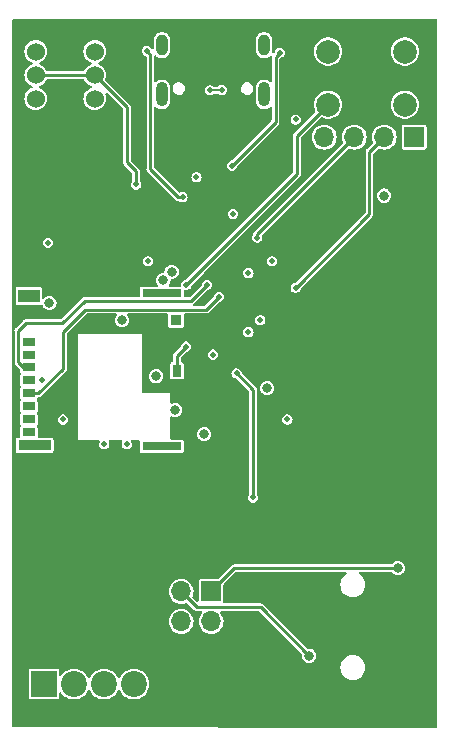
<source format=gbl>
G04 #@! TF.GenerationSoftware,KiCad,Pcbnew,7.0.5-7.0.5~ubuntu22.04.1*
G04 #@! TF.CreationDate,2023-06-24T11:50:08+02:00*
G04 #@! TF.ProjectId,Signal Generator,5369676e-616c-4204-9765-6e657261746f,2*
G04 #@! TF.SameCoordinates,Original*
G04 #@! TF.FileFunction,Copper,L4,Bot*
G04 #@! TF.FilePolarity,Positive*
%FSLAX46Y46*%
G04 Gerber Fmt 4.6, Leading zero omitted, Abs format (unit mm)*
G04 Created by KiCad (PCBNEW 7.0.5-7.0.5~ubuntu22.04.1) date 2023-06-24 11:50:08*
%MOMM*%
%LPD*%
G01*
G04 APERTURE LIST*
G04 #@! TA.AperFunction,ComponentPad*
%ADD10O,1.000000X2.100000*%
G04 #@! TD*
G04 #@! TA.AperFunction,ComponentPad*
%ADD11O,1.000000X1.800000*%
G04 #@! TD*
G04 #@! TA.AperFunction,ComponentPad*
%ADD12R,1.700000X1.700000*%
G04 #@! TD*
G04 #@! TA.AperFunction,ComponentPad*
%ADD13O,1.700000X1.700000*%
G04 #@! TD*
G04 #@! TA.AperFunction,ComponentPad*
%ADD14C,2.000000*%
G04 #@! TD*
G04 #@! TA.AperFunction,ComponentPad*
%ADD15R,2.200000X2.200000*%
G04 #@! TD*
G04 #@! TA.AperFunction,ComponentPad*
%ADD16C,2.200000*%
G04 #@! TD*
G04 #@! TA.AperFunction,ComponentPad*
%ADD17C,1.524000*%
G04 #@! TD*
G04 #@! TA.AperFunction,SMDPad,CuDef*
%ADD18R,3.330000X0.700000*%
G04 #@! TD*
G04 #@! TA.AperFunction,SMDPad,CuDef*
%ADD19R,1.830000X1.140000*%
G04 #@! TD*
G04 #@! TA.AperFunction,SMDPad,CuDef*
%ADD20R,2.800000X0.860000*%
G04 #@! TD*
G04 #@! TA.AperFunction,SMDPad,CuDef*
%ADD21R,0.930000X0.900000*%
G04 #@! TD*
G04 #@! TA.AperFunction,SMDPad,CuDef*
%ADD22R,0.780000X1.050000*%
G04 #@! TD*
G04 #@! TA.AperFunction,SMDPad,CuDef*
%ADD23R,1.100000X0.700000*%
G04 #@! TD*
G04 #@! TA.AperFunction,ViaPad*
%ADD24C,0.460000*%
G04 #@! TD*
G04 #@! TA.AperFunction,ViaPad*
%ADD25C,0.800000*%
G04 #@! TD*
G04 #@! TA.AperFunction,Conductor*
%ADD26C,0.250000*%
G04 #@! TD*
G04 #@! TA.AperFunction,Conductor*
%ADD27C,0.200000*%
G04 #@! TD*
G04 APERTURE END LIST*
D10*
X111320000Y-103880000D03*
D11*
X111320000Y-99700000D03*
D10*
X102680000Y-103880000D03*
D11*
X102680000Y-99700000D03*
D12*
X106840000Y-145960000D03*
D13*
X106840000Y-148500000D03*
X104300000Y-145960000D03*
X104300000Y-148500000D03*
D14*
X116750000Y-100250000D03*
X123250000Y-100250000D03*
X116750000Y-104750000D03*
X123250000Y-104750000D03*
D15*
X92685000Y-153800000D03*
D16*
X95225000Y-153800000D03*
X97765000Y-153800000D03*
X100305000Y-153800000D03*
D17*
X92000000Y-100250000D03*
X97000000Y-100250000D03*
X92000000Y-102250000D03*
X97000000Y-102250000D03*
X92000000Y-104250000D03*
X97000000Y-104250000D03*
D12*
X124040000Y-107500000D03*
D13*
X121500000Y-107500000D03*
X118960000Y-107500000D03*
X116420000Y-107500000D03*
D18*
X102665000Y-120700000D03*
D19*
X91415000Y-120920000D03*
D20*
X91900000Y-133580000D03*
D18*
X102665000Y-133660000D03*
D21*
X103865000Y-123010000D03*
D22*
X103940000Y-127275000D03*
D23*
X91400000Y-124800000D03*
X91400000Y-125900000D03*
X91400000Y-127000000D03*
X91400000Y-128100000D03*
X91400000Y-129200000D03*
X91400000Y-130300000D03*
X91400000Y-131400000D03*
X91400000Y-132500000D03*
D24*
X104725000Y-125225000D03*
X99700000Y-133500000D03*
D25*
X103500000Y-118900000D03*
D24*
X103900000Y-123000000D03*
X91400000Y-130300000D03*
X93025000Y-116425000D03*
X97800000Y-133500000D03*
D25*
X102200000Y-127750000D03*
X102800000Y-119600000D03*
X106250000Y-132650000D03*
D24*
X108600000Y-109900000D03*
X112650000Y-100350000D03*
X104425000Y-112575000D03*
X101400000Y-100200000D03*
X112000000Y-118000000D03*
D25*
X121500000Y-112450000D03*
X93150000Y-121550000D03*
D24*
X91400000Y-128100000D03*
X101500000Y-118000000D03*
D25*
X103800000Y-130600000D03*
X99300000Y-123000000D03*
X111600000Y-128750000D03*
D24*
X92500000Y-128100000D03*
X114000000Y-106000000D03*
X100500000Y-111500000D03*
X110750000Y-116000000D03*
X118550000Y-109550000D03*
D25*
X95000000Y-107500000D03*
D24*
X104100000Y-111800000D03*
X104600000Y-104500000D03*
X119300000Y-109550000D03*
D25*
X119700000Y-135750000D03*
X95000000Y-109200000D03*
X100600000Y-105700000D03*
D24*
X109400000Y-104500000D03*
X114000000Y-120250000D03*
X107750000Y-103500000D03*
X106750000Y-103526780D03*
X108700000Y-114000000D03*
X105600000Y-110900000D03*
X107500000Y-121000000D03*
D25*
X115137500Y-151400000D03*
X122637500Y-144000000D03*
D24*
X113300000Y-131400000D03*
X94300000Y-131400000D03*
X104746045Y-119996045D03*
X110400000Y-138000000D03*
X109000000Y-127500000D03*
X110000000Y-119000000D03*
X91400000Y-124800000D03*
X91400000Y-125900000D03*
X107000000Y-125900000D03*
X106500000Y-120000000D03*
X110000000Y-124000000D03*
X91400000Y-131400000D03*
X91400000Y-132500000D03*
X111000000Y-123000000D03*
D26*
X104725000Y-125225000D02*
X103940000Y-126010000D01*
X103940000Y-126010000D02*
X103940000Y-127275000D01*
X112300000Y-106200000D02*
X108600000Y-109900000D01*
X112650000Y-100350000D02*
X112300000Y-100700000D01*
X112300000Y-100700000D02*
X112300000Y-106200000D01*
X101700000Y-110200000D02*
X104075000Y-112575000D01*
X101700000Y-100500000D02*
X101700000Y-110200000D01*
X101400000Y-100200000D02*
X101700000Y-100500000D01*
X104075000Y-112575000D02*
X104425000Y-112575000D01*
X97000000Y-102250000D02*
X92000000Y-102250000D01*
X99700000Y-104950000D02*
X97000000Y-102250000D01*
X100500000Y-111500000D02*
X100500000Y-110400000D01*
X100500000Y-110400000D02*
X99700000Y-109600000D01*
X99700000Y-109600000D02*
X99700000Y-104950000D01*
X118960000Y-107500000D02*
X110750000Y-115710000D01*
X110750000Y-115710000D02*
X110750000Y-116000000D01*
X120250000Y-108750000D02*
X121500000Y-107500000D01*
X114000000Y-120250000D02*
X120250000Y-114000000D01*
X120250000Y-114000000D02*
X120250000Y-108750000D01*
D27*
X107720000Y-103530000D02*
X106753220Y-103530000D01*
X107750000Y-103500000D02*
X107720000Y-103530000D01*
X106753220Y-103530000D02*
X106750000Y-103526780D01*
D26*
X94300000Y-124000000D02*
X96200000Y-122100000D01*
X106400000Y-122100000D02*
X107500000Y-121000000D01*
X94300000Y-127100000D02*
X94300000Y-124000000D01*
X92200000Y-129200000D02*
X94300000Y-127100000D01*
X91400000Y-129200000D02*
X92200000Y-129200000D01*
X96200000Y-122100000D02*
X106400000Y-122100000D01*
X111037500Y-147300000D02*
X105640000Y-147300000D01*
X115137500Y-151400000D02*
X111037500Y-147300000D01*
X105640000Y-147300000D02*
X104300000Y-145960000D01*
X108800000Y-144000000D02*
X106840000Y-145960000D01*
X122637500Y-144000000D02*
X108800000Y-144000000D01*
X104746045Y-119996045D02*
X114100000Y-110642091D01*
X114100000Y-110642091D02*
X114100000Y-107400000D01*
X114100000Y-107400000D02*
X116750000Y-104750000D01*
X109000000Y-127500000D02*
X110400000Y-128900000D01*
X110400000Y-128900000D02*
X110400000Y-138000000D01*
X96125000Y-121375000D02*
X105125000Y-121375000D01*
X105125000Y-121375000D02*
X106500000Y-120000000D01*
X91400000Y-127000000D02*
X90950000Y-127000000D01*
X91150000Y-123250000D02*
X94250000Y-123250000D01*
X90950000Y-127000000D02*
X90525000Y-126575000D01*
X90525000Y-126575000D02*
X90525000Y-123875000D01*
X90525000Y-123875000D02*
X91150000Y-123250000D01*
X94250000Y-123250000D02*
X96125000Y-121375000D01*
G04 #@! TA.AperFunction,Conductor*
G36*
X125958691Y-97519407D02*
G01*
X125994655Y-97568907D01*
X125999500Y-97599500D01*
X125999500Y-157400500D01*
X125980593Y-157458691D01*
X125931093Y-157494655D01*
X125900500Y-157499500D01*
X125100027Y-157499500D01*
X90099445Y-157480054D01*
X90041265Y-157461114D01*
X90005328Y-157411594D01*
X90000500Y-157381054D01*
X90000500Y-154919746D01*
X91384500Y-154919746D01*
X91384501Y-154919758D01*
X91396132Y-154978227D01*
X91396134Y-154978233D01*
X91440445Y-155044548D01*
X91440448Y-155044552D01*
X91506769Y-155088867D01*
X91551231Y-155097711D01*
X91565241Y-155100498D01*
X91565246Y-155100498D01*
X91565252Y-155100500D01*
X91565253Y-155100500D01*
X93804747Y-155100500D01*
X93804748Y-155100500D01*
X93863231Y-155088867D01*
X93929552Y-155044552D01*
X93973867Y-154978231D01*
X93985500Y-154919748D01*
X93985500Y-154611150D01*
X94004407Y-154552960D01*
X94053907Y-154516996D01*
X94115093Y-154516996D01*
X94164593Y-154552960D01*
X94165555Y-154554309D01*
X94205356Y-154611151D01*
X94224946Y-154639130D01*
X94224953Y-154639139D01*
X94385861Y-154800047D01*
X94385864Y-154800049D01*
X94385867Y-154800052D01*
X94385869Y-154800053D01*
X94510131Y-154887061D01*
X94572266Y-154930568D01*
X94572272Y-154930571D01*
X94572276Y-154930573D01*
X94778500Y-155026737D01*
X94778504Y-155026739D01*
X94998308Y-155085635D01*
X94998312Y-155085635D01*
X94998315Y-155085636D01*
X95224997Y-155105468D01*
X95225000Y-155105468D01*
X95225003Y-155105468D01*
X95451684Y-155085636D01*
X95451685Y-155085635D01*
X95451692Y-155085635D01*
X95671496Y-155026739D01*
X95877734Y-154930568D01*
X96064139Y-154800047D01*
X96225047Y-154639139D01*
X96355568Y-154452734D01*
X96363607Y-154435492D01*
X96405276Y-154346137D01*
X96447004Y-154301389D01*
X96507065Y-154289714D01*
X96562518Y-154315572D01*
X96584724Y-154346137D01*
X96634426Y-154452723D01*
X96634434Y-154452737D01*
X96764946Y-154639130D01*
X96764947Y-154639132D01*
X96764950Y-154639135D01*
X96764953Y-154639139D01*
X96925861Y-154800047D01*
X96925864Y-154800049D01*
X96925867Y-154800052D01*
X96925869Y-154800053D01*
X97050131Y-154887061D01*
X97112266Y-154930568D01*
X97112272Y-154930571D01*
X97112276Y-154930573D01*
X97318500Y-155026737D01*
X97318504Y-155026739D01*
X97538308Y-155085635D01*
X97538312Y-155085635D01*
X97538315Y-155085636D01*
X97764997Y-155105468D01*
X97765000Y-155105468D01*
X97765003Y-155105468D01*
X97991684Y-155085636D01*
X97991685Y-155085635D01*
X97991692Y-155085635D01*
X98211496Y-155026739D01*
X98417734Y-154930568D01*
X98604139Y-154800047D01*
X98765047Y-154639139D01*
X98895568Y-154452734D01*
X98903607Y-154435492D01*
X98945276Y-154346137D01*
X98987004Y-154301389D01*
X99047065Y-154289714D01*
X99102518Y-154315572D01*
X99124724Y-154346137D01*
X99174426Y-154452723D01*
X99174434Y-154452737D01*
X99304946Y-154639130D01*
X99304947Y-154639132D01*
X99304950Y-154639135D01*
X99304953Y-154639139D01*
X99465861Y-154800047D01*
X99465864Y-154800049D01*
X99465867Y-154800052D01*
X99465869Y-154800053D01*
X99590131Y-154887061D01*
X99652266Y-154930568D01*
X99652272Y-154930571D01*
X99652276Y-154930573D01*
X99858500Y-155026737D01*
X99858504Y-155026739D01*
X100078308Y-155085635D01*
X100078312Y-155085635D01*
X100078315Y-155085636D01*
X100304997Y-155105468D01*
X100305000Y-155105468D01*
X100305003Y-155105468D01*
X100531684Y-155085636D01*
X100531685Y-155085635D01*
X100531692Y-155085635D01*
X100751496Y-155026739D01*
X100957734Y-154930568D01*
X101144139Y-154800047D01*
X101305047Y-154639139D01*
X101435568Y-154452734D01*
X101531739Y-154246496D01*
X101590635Y-154026692D01*
X101610468Y-153800000D01*
X101590635Y-153573308D01*
X101531739Y-153353504D01*
X101496383Y-153277683D01*
X101435573Y-153147276D01*
X101435570Y-153147271D01*
X101435568Y-153147266D01*
X101364404Y-153045632D01*
X101305053Y-152960869D01*
X101305052Y-152960867D01*
X101305049Y-152960864D01*
X101305047Y-152960861D01*
X101144139Y-152799953D01*
X101144135Y-152799950D01*
X101144132Y-152799947D01*
X101144130Y-152799946D01*
X100957737Y-152669434D01*
X100957736Y-152669433D01*
X100957734Y-152669432D01*
X100957731Y-152669430D01*
X100957723Y-152669426D01*
X100751499Y-152573262D01*
X100751500Y-152573262D01*
X100678227Y-152553629D01*
X100531692Y-152514365D01*
X100531691Y-152514364D01*
X100531684Y-152514363D01*
X100305003Y-152494532D01*
X100304997Y-152494532D01*
X100078315Y-152514363D01*
X99858499Y-152573262D01*
X99652276Y-152669426D01*
X99652262Y-152669434D01*
X99465869Y-152799946D01*
X99465867Y-152799947D01*
X99304947Y-152960867D01*
X99304946Y-152960869D01*
X99174434Y-153147262D01*
X99174428Y-153147271D01*
X99124724Y-153253863D01*
X99082996Y-153298611D01*
X99022935Y-153310285D01*
X98967482Y-153284427D01*
X98945276Y-153253863D01*
X98895571Y-153147271D01*
X98895565Y-153147262D01*
X98894968Y-153146410D01*
X98824404Y-153045632D01*
X98765053Y-152960869D01*
X98765052Y-152960867D01*
X98765049Y-152960864D01*
X98765047Y-152960861D01*
X98604139Y-152799953D01*
X98604135Y-152799950D01*
X98604132Y-152799947D01*
X98604130Y-152799946D01*
X98417737Y-152669434D01*
X98417736Y-152669433D01*
X98417734Y-152669432D01*
X98417731Y-152669430D01*
X98417723Y-152669426D01*
X98211499Y-152573262D01*
X98211500Y-152573262D01*
X98138227Y-152553629D01*
X97991692Y-152514365D01*
X97991691Y-152514364D01*
X97991684Y-152514363D01*
X97765003Y-152494532D01*
X97764997Y-152494532D01*
X97538315Y-152514363D01*
X97318499Y-152573262D01*
X97112276Y-152669426D01*
X97112262Y-152669434D01*
X96925869Y-152799946D01*
X96925867Y-152799947D01*
X96764947Y-152960867D01*
X96764946Y-152960869D01*
X96634434Y-153147262D01*
X96634428Y-153147271D01*
X96584724Y-153253863D01*
X96542996Y-153298611D01*
X96482935Y-153310285D01*
X96427482Y-153284427D01*
X96405276Y-153253863D01*
X96355571Y-153147271D01*
X96355565Y-153147262D01*
X96354968Y-153146410D01*
X96284404Y-153045632D01*
X96225053Y-152960869D01*
X96225052Y-152960867D01*
X96225049Y-152960864D01*
X96225047Y-152960861D01*
X96064139Y-152799953D01*
X96064135Y-152799950D01*
X96064132Y-152799947D01*
X96064130Y-152799946D01*
X95877737Y-152669434D01*
X95877736Y-152669433D01*
X95877734Y-152669432D01*
X95877731Y-152669430D01*
X95877723Y-152669426D01*
X95671499Y-152573262D01*
X95671500Y-152573262D01*
X95598227Y-152553629D01*
X95451692Y-152514365D01*
X95451691Y-152514364D01*
X95451684Y-152514363D01*
X95225003Y-152494532D01*
X95224997Y-152494532D01*
X94998315Y-152514363D01*
X94778499Y-152573262D01*
X94572276Y-152669426D01*
X94572262Y-152669434D01*
X94385869Y-152799946D01*
X94385867Y-152799947D01*
X94224949Y-152960865D01*
X94165596Y-153045632D01*
X94116732Y-153082454D01*
X94055556Y-153083522D01*
X94005435Y-153048428D01*
X93985515Y-152990576D01*
X93985500Y-152988848D01*
X93985500Y-152680253D01*
X93985498Y-152680241D01*
X93982711Y-152666231D01*
X93973867Y-152621769D01*
X93929552Y-152555448D01*
X93868065Y-152514363D01*
X93863233Y-152511134D01*
X93863231Y-152511133D01*
X93863228Y-152511132D01*
X93863227Y-152511132D01*
X93804758Y-152499501D01*
X93804748Y-152499500D01*
X91565252Y-152499500D01*
X91565251Y-152499500D01*
X91565241Y-152499501D01*
X91506772Y-152511132D01*
X91506766Y-152511134D01*
X91440451Y-152555445D01*
X91440445Y-152555451D01*
X91396134Y-152621766D01*
X91396132Y-152621772D01*
X91384501Y-152680241D01*
X91384500Y-152680253D01*
X91384500Y-154919746D01*
X90000500Y-154919746D01*
X90000500Y-152400003D01*
X117781917Y-152400003D01*
X117802198Y-152605929D01*
X117802199Y-152605934D01*
X117862268Y-152803954D01*
X117959816Y-152986452D01*
X118038603Y-153082454D01*
X118091090Y-153146410D01*
X118091095Y-153146414D01*
X118251047Y-153277683D01*
X118251048Y-153277683D01*
X118251050Y-153277685D01*
X118433546Y-153375232D01*
X118571496Y-153417078D01*
X118631565Y-153435300D01*
X118631571Y-153435301D01*
X118760812Y-153448029D01*
X118785892Y-153450500D01*
X118785893Y-153450500D01*
X118889107Y-153450500D01*
X118889108Y-153450500D01*
X118919054Y-153447550D01*
X119043428Y-153435301D01*
X119043434Y-153435300D01*
X119043434Y-153435299D01*
X119241454Y-153375232D01*
X119423950Y-153277685D01*
X119583910Y-153146410D01*
X119715185Y-152986450D01*
X119812732Y-152803954D01*
X119872800Y-152605934D01*
X119872801Y-152605929D01*
X119893083Y-152400003D01*
X119893083Y-152399996D01*
X119872801Y-152194070D01*
X119872800Y-152194065D01*
X119854578Y-152133997D01*
X119812732Y-151996046D01*
X119715185Y-151813550D01*
X119583910Y-151653590D01*
X119583904Y-151653585D01*
X119423952Y-151522316D01*
X119241454Y-151424768D01*
X119043434Y-151364699D01*
X119043428Y-151364698D01*
X118899189Y-151350492D01*
X118889108Y-151349500D01*
X118785892Y-151349500D01*
X118776428Y-151350432D01*
X118631571Y-151364698D01*
X118631565Y-151364699D01*
X118433545Y-151424768D01*
X118251047Y-151522316D01*
X118091095Y-151653585D01*
X118091085Y-151653595D01*
X117959816Y-151813547D01*
X117862268Y-151996045D01*
X117802199Y-152194065D01*
X117802198Y-152194070D01*
X117781917Y-152399996D01*
X117781917Y-152400003D01*
X90000500Y-152400003D01*
X90000500Y-148500003D01*
X103244417Y-148500003D01*
X103264698Y-148705929D01*
X103264699Y-148705934D01*
X103324768Y-148903954D01*
X103422316Y-149086452D01*
X103553585Y-149246404D01*
X103553590Y-149246410D01*
X103553595Y-149246414D01*
X103713547Y-149377683D01*
X103713548Y-149377683D01*
X103713550Y-149377685D01*
X103896046Y-149475232D01*
X104033997Y-149517078D01*
X104094065Y-149535300D01*
X104094070Y-149535301D01*
X104299997Y-149555583D01*
X104300000Y-149555583D01*
X104300003Y-149555583D01*
X104505929Y-149535301D01*
X104505934Y-149535300D01*
X104505934Y-149535299D01*
X104703954Y-149475232D01*
X104886450Y-149377685D01*
X105046410Y-149246410D01*
X105177685Y-149086450D01*
X105275232Y-148903954D01*
X105335300Y-148705934D01*
X105335301Y-148705929D01*
X105355583Y-148500003D01*
X105355583Y-148499996D01*
X105335301Y-148294070D01*
X105335300Y-148294065D01*
X105317078Y-148233997D01*
X105275232Y-148096046D01*
X105177685Y-147913550D01*
X105046410Y-147753590D01*
X104945926Y-147671125D01*
X104886452Y-147622316D01*
X104703954Y-147524768D01*
X104505934Y-147464699D01*
X104505929Y-147464698D01*
X104300003Y-147444417D01*
X104299997Y-147444417D01*
X104094070Y-147464698D01*
X104094065Y-147464699D01*
X103896045Y-147524768D01*
X103713547Y-147622316D01*
X103553595Y-147753585D01*
X103553585Y-147753595D01*
X103422316Y-147913547D01*
X103324768Y-148096045D01*
X103264699Y-148294065D01*
X103264698Y-148294070D01*
X103244417Y-148499996D01*
X103244417Y-148500003D01*
X90000500Y-148500003D01*
X90000500Y-145960003D01*
X103244417Y-145960003D01*
X103264698Y-146165929D01*
X103264699Y-146165934D01*
X103324768Y-146363954D01*
X103422316Y-146546452D01*
X103553585Y-146706404D01*
X103553590Y-146706410D01*
X103553595Y-146706414D01*
X103713547Y-146837683D01*
X103713548Y-146837683D01*
X103713550Y-146837685D01*
X103896046Y-146935232D01*
X104024877Y-146974312D01*
X104094065Y-146995300D01*
X104094070Y-146995301D01*
X104299997Y-147015583D01*
X104300000Y-147015583D01*
X104300003Y-147015583D01*
X104505929Y-146995301D01*
X104505934Y-146995300D01*
X104525344Y-146989412D01*
X104703954Y-146935232D01*
X104711499Y-146931198D01*
X104771729Y-146920439D01*
X104826782Y-146947137D01*
X104828175Y-146948502D01*
X105398268Y-147518596D01*
X105401187Y-147521782D01*
X105427545Y-147553194D01*
X105463074Y-147573707D01*
X105466709Y-147576022D01*
X105500316Y-147599554D01*
X105501767Y-147599942D01*
X105525659Y-147609840D01*
X105526954Y-147610588D01*
X105535854Y-147612157D01*
X105567365Y-147617713D01*
X105571544Y-147618638D01*
X105611193Y-147629263D01*
X105652065Y-147625687D01*
X105656365Y-147625500D01*
X105989393Y-147625500D01*
X106047584Y-147644407D01*
X106083548Y-147693907D01*
X106083548Y-147755093D01*
X106065921Y-147787305D01*
X105962316Y-147913547D01*
X105864768Y-148096045D01*
X105804699Y-148294065D01*
X105804698Y-148294070D01*
X105784417Y-148499996D01*
X105784417Y-148500003D01*
X105804698Y-148705929D01*
X105804699Y-148705934D01*
X105864768Y-148903954D01*
X105962316Y-149086452D01*
X106093585Y-149246404D01*
X106093590Y-149246410D01*
X106093595Y-149246414D01*
X106253547Y-149377683D01*
X106253548Y-149377683D01*
X106253550Y-149377685D01*
X106436046Y-149475232D01*
X106573996Y-149517078D01*
X106634065Y-149535300D01*
X106634070Y-149535301D01*
X106839997Y-149555583D01*
X106840000Y-149555583D01*
X106840003Y-149555583D01*
X107045929Y-149535301D01*
X107045934Y-149535300D01*
X107045933Y-149535299D01*
X107243954Y-149475232D01*
X107426450Y-149377685D01*
X107586410Y-149246410D01*
X107717685Y-149086450D01*
X107815232Y-148903954D01*
X107875300Y-148705934D01*
X107875301Y-148705929D01*
X107895583Y-148500003D01*
X107895583Y-148499996D01*
X107875301Y-148294070D01*
X107875300Y-148294065D01*
X107857078Y-148233997D01*
X107815232Y-148096046D01*
X107717685Y-147913550D01*
X107614078Y-147787304D01*
X107591779Y-147730328D01*
X107607228Y-147671125D01*
X107654525Y-147632310D01*
X107690607Y-147625500D01*
X110861666Y-147625500D01*
X110919857Y-147644407D01*
X110931670Y-147654496D01*
X114514206Y-151237032D01*
X114541983Y-151291549D01*
X114542355Y-151319957D01*
X114531818Y-151399998D01*
X114531818Y-151400000D01*
X114552455Y-151556758D01*
X114552457Y-151556766D01*
X114612962Y-151702838D01*
X114612962Y-151702839D01*
X114709213Y-151828276D01*
X114709218Y-151828282D01*
X114834659Y-151924536D01*
X114980738Y-151985044D01*
X115098309Y-152000522D01*
X115137499Y-152005682D01*
X115137500Y-152005682D01*
X115137501Y-152005682D01*
X115168852Y-152001554D01*
X115294262Y-151985044D01*
X115440341Y-151924536D01*
X115565782Y-151828282D01*
X115662036Y-151702841D01*
X115722544Y-151556762D01*
X115743182Y-151400000D01*
X115722544Y-151243238D01*
X115662037Y-151097161D01*
X115662037Y-151097160D01*
X115565786Y-150971723D01*
X115565785Y-150971722D01*
X115565782Y-150971718D01*
X115565777Y-150971714D01*
X115565776Y-150971713D01*
X115440338Y-150875462D01*
X115294266Y-150814957D01*
X115294258Y-150814955D01*
X115137501Y-150794318D01*
X115137498Y-150794318D01*
X115057457Y-150804855D01*
X114997297Y-150793705D01*
X114974532Y-150776706D01*
X111279241Y-147081414D01*
X111276322Y-147078229D01*
X111249956Y-147046806D01*
X111227318Y-147033736D01*
X111214418Y-147026288D01*
X111210788Y-147023975D01*
X111177184Y-147000446D01*
X111177179Y-147000443D01*
X111175724Y-147000054D01*
X111151848Y-146990164D01*
X111150545Y-146989411D01*
X111110152Y-146982289D01*
X111105936Y-146981354D01*
X111079653Y-146974312D01*
X111066307Y-146970736D01*
X111066306Y-146970736D01*
X111061881Y-146971123D01*
X111025426Y-146974312D01*
X111021126Y-146974500D01*
X107982339Y-146974500D01*
X107924148Y-146955593D01*
X107888184Y-146906093D01*
X107885241Y-146856185D01*
X107887601Y-146844320D01*
X107890500Y-146829748D01*
X107890500Y-145410834D01*
X107909407Y-145352643D01*
X107919496Y-145340830D01*
X108905830Y-144354496D01*
X108960347Y-144326719D01*
X108975834Y-144325500D01*
X118224035Y-144325500D01*
X118282226Y-144344407D01*
X118318190Y-144393907D01*
X118318190Y-144455093D01*
X118282226Y-144504593D01*
X118270708Y-144511807D01*
X118263183Y-144515829D01*
X118251047Y-144522316D01*
X118091095Y-144653585D01*
X118091085Y-144653595D01*
X117959816Y-144813547D01*
X117862268Y-144996045D01*
X117802199Y-145194065D01*
X117802198Y-145194070D01*
X117781917Y-145399996D01*
X117781917Y-145400003D01*
X117802198Y-145605929D01*
X117802199Y-145605934D01*
X117862268Y-145803954D01*
X117959816Y-145986452D01*
X118091085Y-146146404D01*
X118091090Y-146146410D01*
X118091095Y-146146414D01*
X118251047Y-146277683D01*
X118251048Y-146277683D01*
X118251050Y-146277685D01*
X118433546Y-146375232D01*
X118571496Y-146417078D01*
X118631565Y-146435300D01*
X118631571Y-146435301D01*
X118760812Y-146448029D01*
X118785892Y-146450500D01*
X118785893Y-146450500D01*
X118889107Y-146450500D01*
X118889108Y-146450500D01*
X118919054Y-146447550D01*
X119043428Y-146435301D01*
X119043434Y-146435300D01*
X119048847Y-146433658D01*
X119241454Y-146375232D01*
X119423950Y-146277685D01*
X119583910Y-146146410D01*
X119715185Y-145986450D01*
X119812732Y-145803954D01*
X119872800Y-145605934D01*
X119872801Y-145605929D01*
X119893083Y-145400003D01*
X119893083Y-145399996D01*
X119872801Y-145194070D01*
X119872800Y-145194065D01*
X119823567Y-145031766D01*
X119812732Y-144996046D01*
X119715185Y-144813550D01*
X119583910Y-144653590D01*
X119426658Y-144524537D01*
X119423952Y-144522316D01*
X119420889Y-144520679D01*
X119404295Y-144511809D01*
X119361890Y-144467704D01*
X119353507Y-144407096D01*
X119382350Y-144353135D01*
X119437401Y-144326434D01*
X119450965Y-144325500D01*
X122081530Y-144325500D01*
X122139721Y-144344407D01*
X122160072Y-144364233D01*
X122206521Y-144424768D01*
X122209218Y-144428282D01*
X122334659Y-144524536D01*
X122480738Y-144585044D01*
X122598309Y-144600522D01*
X122637499Y-144605682D01*
X122637500Y-144605682D01*
X122637501Y-144605682D01*
X122668852Y-144601554D01*
X122794262Y-144585044D01*
X122940341Y-144524536D01*
X123065782Y-144428282D01*
X123162036Y-144302841D01*
X123222544Y-144156762D01*
X123243182Y-144000000D01*
X123222544Y-143843238D01*
X123195614Y-143778224D01*
X123162037Y-143697161D01*
X123162037Y-143697160D01*
X123065786Y-143571723D01*
X123065785Y-143571722D01*
X123065782Y-143571718D01*
X123065777Y-143571714D01*
X123065776Y-143571713D01*
X122940338Y-143475462D01*
X122794266Y-143414957D01*
X122794258Y-143414955D01*
X122637501Y-143394318D01*
X122637499Y-143394318D01*
X122480741Y-143414955D01*
X122480733Y-143414957D01*
X122334661Y-143475462D01*
X122334660Y-143475462D01*
X122209223Y-143571713D01*
X122209214Y-143571722D01*
X122160072Y-143635767D01*
X122109648Y-143670423D01*
X122081530Y-143674500D01*
X108816374Y-143674500D01*
X108812073Y-143674312D01*
X108771193Y-143670736D01*
X108771187Y-143670736D01*
X108731564Y-143681353D01*
X108727349Y-143682287D01*
X108686960Y-143689410D01*
X108686948Y-143689414D01*
X108685640Y-143690170D01*
X108661786Y-143700051D01*
X108660324Y-143700442D01*
X108660316Y-143700446D01*
X108626716Y-143723972D01*
X108623080Y-143726288D01*
X108614875Y-143731025D01*
X108587545Y-143746805D01*
X108561181Y-143778224D01*
X108558263Y-143781408D01*
X107459170Y-144880504D01*
X107404653Y-144908281D01*
X107389166Y-144909500D01*
X105970252Y-144909500D01*
X105970251Y-144909500D01*
X105970241Y-144909501D01*
X105911772Y-144921132D01*
X105911766Y-144921134D01*
X105845451Y-144965445D01*
X105845445Y-144965451D01*
X105801134Y-145031766D01*
X105801132Y-145031772D01*
X105789501Y-145090241D01*
X105789500Y-145090253D01*
X105789500Y-146750165D01*
X105770593Y-146808356D01*
X105721093Y-146844320D01*
X105659907Y-146844320D01*
X105620496Y-146820169D01*
X105288502Y-146488175D01*
X105260725Y-146433658D01*
X105270296Y-146373226D01*
X105271154Y-146371582D01*
X105275232Y-146363954D01*
X105335300Y-146165934D01*
X105335301Y-146165929D01*
X105355583Y-145960003D01*
X105355583Y-145959996D01*
X105335301Y-145754070D01*
X105335300Y-145754065D01*
X105290365Y-145605934D01*
X105275232Y-145556046D01*
X105177685Y-145373550D01*
X105160527Y-145352643D01*
X105046414Y-145213595D01*
X105046410Y-145213590D01*
X104896123Y-145090253D01*
X104886452Y-145082316D01*
X104703954Y-144984768D01*
X104505934Y-144924699D01*
X104505929Y-144924698D01*
X104300003Y-144904417D01*
X104299997Y-144904417D01*
X104094070Y-144924698D01*
X104094065Y-144924699D01*
X103896045Y-144984768D01*
X103713547Y-145082316D01*
X103553595Y-145213585D01*
X103553585Y-145213595D01*
X103422316Y-145373547D01*
X103324768Y-145556045D01*
X103264699Y-145754065D01*
X103264698Y-145754070D01*
X103244417Y-145959996D01*
X103244417Y-145960003D01*
X90000500Y-145960003D01*
X90000500Y-126627154D01*
X90009366Y-126599866D01*
X90000500Y-126567895D01*
X90000500Y-123882104D01*
X90007897Y-123859337D01*
X90007076Y-123858323D01*
X90006400Y-123854674D01*
X90191093Y-123854674D01*
X90198123Y-123873475D01*
X90199312Y-123887072D01*
X90199500Y-123891373D01*
X90199500Y-126558625D01*
X90199312Y-126562928D01*
X90198878Y-126567895D01*
X90198123Y-126576523D01*
X90191095Y-126593079D01*
X90195127Y-126601533D01*
X90195736Y-126603806D01*
X90195736Y-126603807D01*
X90201041Y-126623606D01*
X90206354Y-126643436D01*
X90207289Y-126647652D01*
X90214411Y-126688045D01*
X90215164Y-126689348D01*
X90225054Y-126713224D01*
X90225443Y-126714679D01*
X90225446Y-126714684D01*
X90236347Y-126730253D01*
X90248971Y-126748281D01*
X90251292Y-126751924D01*
X90271806Y-126787455D01*
X90303224Y-126813818D01*
X90306410Y-126816737D01*
X90620504Y-127130830D01*
X90648281Y-127185347D01*
X90649500Y-127200834D01*
X90649500Y-127369746D01*
X90649501Y-127369758D01*
X90661132Y-127428227D01*
X90661134Y-127428233D01*
X90705746Y-127494998D01*
X90722355Y-127553886D01*
X90705746Y-127605002D01*
X90661134Y-127671766D01*
X90661132Y-127671772D01*
X90649501Y-127730241D01*
X90649500Y-127730253D01*
X90649500Y-128469746D01*
X90649501Y-128469758D01*
X90660278Y-128523933D01*
X90661133Y-128528231D01*
X90705448Y-128594552D01*
X90705450Y-128594553D01*
X90705746Y-128594996D01*
X90722355Y-128653884D01*
X90705746Y-128705001D01*
X90661134Y-128771766D01*
X90661132Y-128771772D01*
X90649501Y-128830241D01*
X90649500Y-128830253D01*
X90649500Y-129569746D01*
X90649501Y-129569758D01*
X90661132Y-129628227D01*
X90661134Y-129628233D01*
X90705746Y-129694998D01*
X90722355Y-129753886D01*
X90705746Y-129805002D01*
X90661134Y-129871766D01*
X90661132Y-129871772D01*
X90649501Y-129930241D01*
X90649500Y-129930253D01*
X90649500Y-130669746D01*
X90649501Y-130669758D01*
X90661132Y-130728227D01*
X90661134Y-130728233D01*
X90705746Y-130794998D01*
X90722355Y-130853886D01*
X90705746Y-130905002D01*
X90661134Y-130971766D01*
X90661132Y-130971772D01*
X90649501Y-131030241D01*
X90649500Y-131030253D01*
X90649500Y-131769746D01*
X90649501Y-131769758D01*
X90661132Y-131828227D01*
X90661134Y-131828233D01*
X90705746Y-131894998D01*
X90722355Y-131953886D01*
X90705746Y-132005002D01*
X90661134Y-132071766D01*
X90661132Y-132071772D01*
X90649501Y-132130241D01*
X90649500Y-132130253D01*
X90649500Y-132850500D01*
X90630593Y-132908691D01*
X90581093Y-132944655D01*
X90550500Y-132949500D01*
X90480252Y-132949500D01*
X90480251Y-132949500D01*
X90480241Y-132949501D01*
X90421772Y-132961132D01*
X90421766Y-132961134D01*
X90355451Y-133005445D01*
X90355445Y-133005451D01*
X90311134Y-133071766D01*
X90311132Y-133071772D01*
X90299501Y-133130241D01*
X90299500Y-133130253D01*
X90299500Y-134029746D01*
X90299501Y-134029758D01*
X90311132Y-134088227D01*
X90311133Y-134088231D01*
X90355448Y-134154552D01*
X90421769Y-134198867D01*
X90466231Y-134207711D01*
X90480241Y-134210498D01*
X90480246Y-134210498D01*
X90480252Y-134210500D01*
X90480253Y-134210500D01*
X93319747Y-134210500D01*
X93319748Y-134210500D01*
X93378231Y-134198867D01*
X93444552Y-134154552D01*
X93488867Y-134088231D01*
X93500500Y-134029748D01*
X93500500Y-133130252D01*
X93488867Y-133071769D01*
X93444552Y-133005448D01*
X93444548Y-133005445D01*
X93378233Y-132961134D01*
X93378231Y-132961133D01*
X93378228Y-132961132D01*
X93378227Y-132961132D01*
X93319758Y-132949501D01*
X93319748Y-132949500D01*
X93319747Y-132949500D01*
X92249500Y-132949500D01*
X92191309Y-132930593D01*
X92155345Y-132881093D01*
X92150500Y-132850500D01*
X92150500Y-132130253D01*
X92150498Y-132130241D01*
X92147711Y-132116231D01*
X92138867Y-132071769D01*
X92094552Y-132005448D01*
X92094549Y-132005446D01*
X92094253Y-132005003D01*
X92077644Y-131946115D01*
X92094253Y-131894997D01*
X92094549Y-131894553D01*
X92094552Y-131894552D01*
X92138867Y-131828231D01*
X92150500Y-131769748D01*
X92150500Y-131400002D01*
X93865073Y-131400002D01*
X93882689Y-131522527D01*
X93882690Y-131522530D01*
X93882690Y-131522531D01*
X93882691Y-131522533D01*
X93934116Y-131635139D01*
X94015183Y-131728696D01*
X94015184Y-131728697D01*
X94119320Y-131795621D01*
X94119325Y-131795624D01*
X94238103Y-131830500D01*
X94238104Y-131830500D01*
X94361896Y-131830500D01*
X94361897Y-131830500D01*
X94480675Y-131795624D01*
X94584817Y-131728696D01*
X94665884Y-131635139D01*
X94717309Y-131522533D01*
X94734927Y-131400000D01*
X94717309Y-131277467D01*
X94665884Y-131164861D01*
X94584817Y-131071304D01*
X94584816Y-131071303D01*
X94584815Y-131071302D01*
X94480679Y-131004378D01*
X94480676Y-131004377D01*
X94480675Y-131004376D01*
X94421286Y-130986937D01*
X94361898Y-130969500D01*
X94361897Y-130969500D01*
X94238103Y-130969500D01*
X94238101Y-130969500D01*
X94119325Y-131004376D01*
X94119320Y-131004378D01*
X94015184Y-131071302D01*
X93934116Y-131164861D01*
X93882690Y-131277469D01*
X93882689Y-131277472D01*
X93865073Y-131399997D01*
X93865073Y-131400002D01*
X92150500Y-131400002D01*
X92150500Y-131030252D01*
X92138867Y-130971769D01*
X92094552Y-130905448D01*
X92094549Y-130905446D01*
X92094253Y-130905003D01*
X92077644Y-130846115D01*
X92094253Y-130794997D01*
X92094549Y-130794553D01*
X92094552Y-130794552D01*
X92138867Y-130728231D01*
X92150500Y-130669748D01*
X92150500Y-129930252D01*
X92138867Y-129871769D01*
X92094552Y-129805448D01*
X92094551Y-129805447D01*
X92094253Y-129805001D01*
X92077644Y-129746113D01*
X92094254Y-129694996D01*
X92094549Y-129694553D01*
X92094552Y-129694552D01*
X92138867Y-129628231D01*
X92142821Y-129608351D01*
X92172717Y-129554971D01*
X92220789Y-129532809D01*
X92220440Y-129531506D01*
X92228027Y-129529472D01*
X92228283Y-129529355D01*
X92228580Y-129529324D01*
X92228804Y-129529263D01*
X92228807Y-129529264D01*
X92268452Y-129518640D01*
X92272650Y-129517710D01*
X92313045Y-129510588D01*
X92314345Y-129509838D01*
X92338236Y-129499942D01*
X92338464Y-129499880D01*
X92339684Y-129499554D01*
X92373303Y-129476012D01*
X92376911Y-129473714D01*
X92412455Y-129453194D01*
X92438827Y-129421763D01*
X92441726Y-129418598D01*
X94518588Y-127341737D01*
X94521766Y-127338824D01*
X94553194Y-127312455D01*
X94573709Y-127276919D01*
X94576027Y-127273283D01*
X94587935Y-127256275D01*
X94599553Y-127239684D01*
X94599942Y-127238231D01*
X94609833Y-127214352D01*
X94610588Y-127213045D01*
X94617714Y-127172624D01*
X94618642Y-127168439D01*
X94629263Y-127128807D01*
X94625687Y-127087934D01*
X94625500Y-127083634D01*
X94625500Y-124175833D01*
X94633893Y-124150000D01*
X95550000Y-124150000D01*
X95550000Y-133150000D01*
X97332524Y-133150000D01*
X97390715Y-133168907D01*
X97426679Y-133218407D01*
X97426679Y-133279593D01*
X97422578Y-133290125D01*
X97382691Y-133377466D01*
X97382689Y-133377472D01*
X97365073Y-133499997D01*
X97365073Y-133500002D01*
X97382689Y-133622527D01*
X97382690Y-133622530D01*
X97382690Y-133622531D01*
X97382691Y-133622533D01*
X97434116Y-133735139D01*
X97515183Y-133828696D01*
X97515184Y-133828697D01*
X97619320Y-133895621D01*
X97619325Y-133895624D01*
X97738103Y-133930500D01*
X97738104Y-133930500D01*
X97861896Y-133930500D01*
X97861897Y-133930500D01*
X97980675Y-133895624D01*
X98084817Y-133828696D01*
X98165884Y-133735139D01*
X98217309Y-133622533D01*
X98234927Y-133500000D01*
X98217309Y-133377467D01*
X98177480Y-133290252D01*
X98177422Y-133290125D01*
X98170448Y-133229339D01*
X98200535Y-133176062D01*
X98256192Y-133150645D01*
X98267476Y-133150000D01*
X99232524Y-133150000D01*
X99290715Y-133168907D01*
X99326679Y-133218407D01*
X99326679Y-133279593D01*
X99322578Y-133290125D01*
X99282691Y-133377466D01*
X99282689Y-133377472D01*
X99265073Y-133499997D01*
X99265073Y-133500002D01*
X99282689Y-133622527D01*
X99282690Y-133622530D01*
X99282690Y-133622531D01*
X99282691Y-133622533D01*
X99334116Y-133735139D01*
X99415183Y-133828696D01*
X99415184Y-133828697D01*
X99519320Y-133895621D01*
X99519325Y-133895624D01*
X99638103Y-133930500D01*
X99638104Y-133930500D01*
X99761896Y-133930500D01*
X99761897Y-133930500D01*
X99880675Y-133895624D01*
X99984817Y-133828696D01*
X100065884Y-133735139D01*
X100117309Y-133622533D01*
X100134927Y-133500000D01*
X100117309Y-133377467D01*
X100077480Y-133290252D01*
X100077422Y-133290125D01*
X100070448Y-133229339D01*
X100100535Y-133176062D01*
X100156192Y-133150645D01*
X100167476Y-133150000D01*
X100706766Y-133150000D01*
X100764957Y-133168907D01*
X100800921Y-133218407D01*
X100803863Y-133268316D01*
X100799500Y-133290243D01*
X100799500Y-134029746D01*
X100799501Y-134029758D01*
X100811132Y-134088227D01*
X100811133Y-134088231D01*
X100855448Y-134154552D01*
X100921769Y-134198867D01*
X100966231Y-134207711D01*
X100980241Y-134210498D01*
X100980246Y-134210498D01*
X100980252Y-134210500D01*
X100980253Y-134210500D01*
X104349747Y-134210500D01*
X104349748Y-134210500D01*
X104408231Y-134198867D01*
X104474552Y-134154552D01*
X104518867Y-134088231D01*
X104530500Y-134029748D01*
X104530500Y-133290252D01*
X104518867Y-133231769D01*
X104474552Y-133165448D01*
X104474548Y-133165445D01*
X104408233Y-133121134D01*
X104408231Y-133121133D01*
X104408228Y-133121132D01*
X104408227Y-133121132D01*
X104349758Y-133109501D01*
X104349748Y-133109500D01*
X104349747Y-133109500D01*
X103499000Y-133109500D01*
X103440809Y-133090593D01*
X103404845Y-133041093D01*
X103400000Y-133010500D01*
X103400000Y-132650000D01*
X105644318Y-132650000D01*
X105664955Y-132806758D01*
X105664957Y-132806766D01*
X105725462Y-132952838D01*
X105725462Y-132952839D01*
X105821713Y-133078276D01*
X105821718Y-133078282D01*
X105947159Y-133174536D01*
X106093238Y-133235044D01*
X106210809Y-133250522D01*
X106249999Y-133255682D01*
X106250000Y-133255682D01*
X106250001Y-133255682D01*
X106281352Y-133251554D01*
X106406762Y-133235044D01*
X106552841Y-133174536D01*
X106678282Y-133078282D01*
X106774536Y-132952841D01*
X106835044Y-132806762D01*
X106855682Y-132650000D01*
X106835044Y-132493238D01*
X106774537Y-132347161D01*
X106774537Y-132347160D01*
X106678286Y-132221723D01*
X106678285Y-132221722D01*
X106678282Y-132221718D01*
X106678277Y-132221714D01*
X106678276Y-132221713D01*
X106559081Y-132130252D01*
X106552841Y-132125464D01*
X106552840Y-132125463D01*
X106552838Y-132125462D01*
X106406766Y-132064957D01*
X106406758Y-132064955D01*
X106250001Y-132044318D01*
X106249999Y-132044318D01*
X106093241Y-132064955D01*
X106093233Y-132064957D01*
X105947161Y-132125462D01*
X105947160Y-132125462D01*
X105821723Y-132221713D01*
X105821713Y-132221723D01*
X105725462Y-132347160D01*
X105725462Y-132347161D01*
X105664957Y-132493233D01*
X105664955Y-132493241D01*
X105644318Y-132649999D01*
X105644318Y-132650000D01*
X103400000Y-132650000D01*
X103400000Y-131232455D01*
X103418907Y-131174264D01*
X103468407Y-131138300D01*
X103529593Y-131138300D01*
X103536875Y-131140987D01*
X103643238Y-131185044D01*
X103760809Y-131200522D01*
X103799999Y-131205682D01*
X103800000Y-131205682D01*
X103800001Y-131205682D01*
X103831352Y-131201554D01*
X103956762Y-131185044D01*
X104102841Y-131124536D01*
X104228282Y-131028282D01*
X104324536Y-130902841D01*
X104385044Y-130756762D01*
X104405682Y-130600000D01*
X104385044Y-130443238D01*
X104324537Y-130297161D01*
X104324537Y-130297160D01*
X104228286Y-130171723D01*
X104228285Y-130171722D01*
X104228282Y-130171718D01*
X104228277Y-130171714D01*
X104228276Y-130171713D01*
X104102838Y-130075462D01*
X103956766Y-130014957D01*
X103956758Y-130014955D01*
X103800001Y-129994318D01*
X103799999Y-129994318D01*
X103643241Y-130014955D01*
X103643232Y-130014957D01*
X103536885Y-130059008D01*
X103475888Y-130063809D01*
X103423719Y-130031839D01*
X103400305Y-129975311D01*
X103400000Y-129967544D01*
X103400000Y-129569746D01*
X103400000Y-129150000D01*
X103399999Y-129150000D01*
X101099000Y-129150000D01*
X101040809Y-129131093D01*
X101004845Y-129081593D01*
X101000000Y-129051000D01*
X101000000Y-127750000D01*
X101594318Y-127750000D01*
X101614955Y-127906758D01*
X101614957Y-127906766D01*
X101675462Y-128052838D01*
X101675462Y-128052839D01*
X101761493Y-128164957D01*
X101771718Y-128178282D01*
X101897159Y-128274536D01*
X102043238Y-128335044D01*
X102160809Y-128350522D01*
X102199999Y-128355682D01*
X102200000Y-128355682D01*
X102200001Y-128355682D01*
X102231352Y-128351554D01*
X102356762Y-128335044D01*
X102502841Y-128274536D01*
X102628282Y-128178282D01*
X102724536Y-128052841D01*
X102785044Y-127906762D01*
X102796500Y-127819746D01*
X103349500Y-127819746D01*
X103349501Y-127819758D01*
X103361132Y-127878227D01*
X103361134Y-127878233D01*
X103405445Y-127944548D01*
X103405448Y-127944552D01*
X103471769Y-127988867D01*
X103516231Y-127997711D01*
X103530241Y-128000498D01*
X103530246Y-128000498D01*
X103530252Y-128000500D01*
X103530253Y-128000500D01*
X104349747Y-128000500D01*
X104349748Y-128000500D01*
X104408231Y-127988867D01*
X104474552Y-127944552D01*
X104518867Y-127878231D01*
X104530500Y-127819748D01*
X104530500Y-127500002D01*
X108565073Y-127500002D01*
X108582689Y-127622527D01*
X108582690Y-127622530D01*
X108582690Y-127622531D01*
X108582691Y-127622533D01*
X108634116Y-127735139D01*
X108707428Y-127819746D01*
X108715184Y-127828697D01*
X108798754Y-127882404D01*
X108819325Y-127895624D01*
X108911142Y-127922583D01*
X108938102Y-127930500D01*
X108942938Y-127931195D01*
X108997847Y-127958188D01*
X108998858Y-127959184D01*
X110045503Y-129005829D01*
X110073280Y-129060346D01*
X110074499Y-129075833D01*
X110074499Y-137681330D01*
X110055592Y-137739521D01*
X110050320Y-137746159D01*
X110034118Y-137764857D01*
X109982690Y-137877469D01*
X109982689Y-137877472D01*
X109965073Y-137999997D01*
X109965073Y-138000002D01*
X109982689Y-138122527D01*
X109982690Y-138122530D01*
X109982690Y-138122531D01*
X109982691Y-138122533D01*
X110034116Y-138235139D01*
X110115183Y-138328696D01*
X110115184Y-138328697D01*
X110219320Y-138395621D01*
X110219325Y-138395624D01*
X110338103Y-138430500D01*
X110338104Y-138430500D01*
X110461896Y-138430500D01*
X110461897Y-138430500D01*
X110580675Y-138395624D01*
X110684817Y-138328696D01*
X110765884Y-138235139D01*
X110817309Y-138122533D01*
X110834927Y-138000000D01*
X110817309Y-137877467D01*
X110765884Y-137764861D01*
X110749679Y-137746159D01*
X110725863Y-137689801D01*
X110725500Y-137681330D01*
X110725500Y-131400002D01*
X112865073Y-131400002D01*
X112882689Y-131522527D01*
X112882690Y-131522530D01*
X112882690Y-131522531D01*
X112882691Y-131522533D01*
X112934116Y-131635139D01*
X113015183Y-131728696D01*
X113015184Y-131728697D01*
X113119320Y-131795621D01*
X113119325Y-131795624D01*
X113238103Y-131830500D01*
X113238104Y-131830500D01*
X113361896Y-131830500D01*
X113361897Y-131830500D01*
X113480675Y-131795624D01*
X113584817Y-131728696D01*
X113665884Y-131635139D01*
X113717309Y-131522533D01*
X113734927Y-131400000D01*
X113717309Y-131277467D01*
X113665884Y-131164861D01*
X113584817Y-131071304D01*
X113584816Y-131071303D01*
X113584815Y-131071302D01*
X113480679Y-131004378D01*
X113480676Y-131004377D01*
X113480675Y-131004376D01*
X113421286Y-130986937D01*
X113361898Y-130969500D01*
X113361897Y-130969500D01*
X113238103Y-130969500D01*
X113238101Y-130969500D01*
X113119325Y-131004376D01*
X113119320Y-131004378D01*
X113015184Y-131071302D01*
X112934116Y-131164861D01*
X112882690Y-131277469D01*
X112882689Y-131277472D01*
X112865073Y-131399997D01*
X112865073Y-131400002D01*
X110725500Y-131400002D01*
X110725500Y-128916373D01*
X110725687Y-128912072D01*
X110729264Y-128871193D01*
X110718640Y-128831548D01*
X110717710Y-128827348D01*
X110710588Y-128786955D01*
X110709840Y-128785659D01*
X110699942Y-128761767D01*
X110699554Y-128760316D01*
X110699552Y-128760313D01*
X110699551Y-128760311D01*
X110692331Y-128750000D01*
X110994318Y-128750000D01*
X111014955Y-128906758D01*
X111014957Y-128906766D01*
X111075462Y-129052838D01*
X111075462Y-129052839D01*
X111171713Y-129178276D01*
X111171718Y-129178282D01*
X111297159Y-129274536D01*
X111443238Y-129335044D01*
X111560809Y-129350522D01*
X111599999Y-129355682D01*
X111600000Y-129355682D01*
X111600001Y-129355682D01*
X111631352Y-129351554D01*
X111756762Y-129335044D01*
X111902841Y-129274536D01*
X112028282Y-129178282D01*
X112124536Y-129052841D01*
X112185044Y-128906762D01*
X112205682Y-128750000D01*
X112202383Y-128724945D01*
X112185044Y-128593241D01*
X112185044Y-128593238D01*
X112124537Y-128447161D01*
X112124537Y-128447160D01*
X112028286Y-128321723D01*
X112028285Y-128321722D01*
X112028282Y-128321718D01*
X112028277Y-128321714D01*
X112028276Y-128321713D01*
X111902838Y-128225462D01*
X111756766Y-128164957D01*
X111756758Y-128164955D01*
X111600001Y-128144318D01*
X111599999Y-128144318D01*
X111443241Y-128164955D01*
X111443233Y-128164957D01*
X111297161Y-128225462D01*
X111297160Y-128225462D01*
X111171723Y-128321713D01*
X111171713Y-128321723D01*
X111075462Y-128447160D01*
X111075462Y-128447161D01*
X111014957Y-128593233D01*
X111014955Y-128593241D01*
X110994318Y-128749999D01*
X110994318Y-128750000D01*
X110692331Y-128750000D01*
X110676025Y-128726712D01*
X110673703Y-128723068D01*
X110653193Y-128687543D01*
X110632069Y-128669819D01*
X110621765Y-128661173D01*
X110618588Y-128658261D01*
X109453959Y-127493633D01*
X109426182Y-127439116D01*
X109425994Y-127437877D01*
X109417309Y-127377467D01*
X109365884Y-127264861D01*
X109284817Y-127171304D01*
X109284816Y-127171303D01*
X109284815Y-127171302D01*
X109180679Y-127104378D01*
X109180676Y-127104377D01*
X109180675Y-127104376D01*
X109121286Y-127086937D01*
X109061898Y-127069500D01*
X109061897Y-127069500D01*
X108938103Y-127069500D01*
X108938101Y-127069500D01*
X108819325Y-127104376D01*
X108819320Y-127104378D01*
X108715184Y-127171302D01*
X108634116Y-127264861D01*
X108582690Y-127377469D01*
X108582689Y-127377472D01*
X108565073Y-127499997D01*
X108565073Y-127500002D01*
X104530500Y-127500002D01*
X104530500Y-126730252D01*
X104518867Y-126671769D01*
X104474552Y-126605448D01*
X104474548Y-126605445D01*
X104408233Y-126561134D01*
X104408231Y-126561133D01*
X104408228Y-126561132D01*
X104408227Y-126561132D01*
X104345184Y-126548591D01*
X104291801Y-126518694D01*
X104266186Y-126463128D01*
X104265500Y-126451494D01*
X104265500Y-126185834D01*
X104284407Y-126127643D01*
X104294496Y-126115831D01*
X104510324Y-125900002D01*
X106565073Y-125900002D01*
X106582689Y-126022527D01*
X106582690Y-126022530D01*
X106582690Y-126022531D01*
X106582691Y-126022533D01*
X106634116Y-126135139D01*
X106715183Y-126228696D01*
X106715184Y-126228697D01*
X106819320Y-126295621D01*
X106819325Y-126295624D01*
X106938103Y-126330500D01*
X106938104Y-126330500D01*
X107061896Y-126330500D01*
X107061897Y-126330500D01*
X107180675Y-126295624D01*
X107284817Y-126228696D01*
X107365884Y-126135139D01*
X107417309Y-126022533D01*
X107428951Y-125941564D01*
X107434927Y-125900002D01*
X107434927Y-125899997D01*
X107417310Y-125777472D01*
X107417309Y-125777469D01*
X107417309Y-125777467D01*
X107365884Y-125664861D01*
X107284817Y-125571304D01*
X107284816Y-125571303D01*
X107284815Y-125571302D01*
X107180679Y-125504378D01*
X107180676Y-125504377D01*
X107180675Y-125504376D01*
X107121286Y-125486937D01*
X107061898Y-125469500D01*
X107061897Y-125469500D01*
X106938103Y-125469500D01*
X106938101Y-125469500D01*
X106819325Y-125504376D01*
X106819320Y-125504378D01*
X106715184Y-125571302D01*
X106634116Y-125664861D01*
X106582690Y-125777469D01*
X106582689Y-125777472D01*
X106565073Y-125899997D01*
X106565073Y-125900002D01*
X104510324Y-125900002D01*
X104726141Y-125684185D01*
X104780658Y-125656407D01*
X104782062Y-125656195D01*
X104786896Y-125655500D01*
X104786897Y-125655500D01*
X104905675Y-125620624D01*
X105009817Y-125553696D01*
X105090884Y-125460139D01*
X105142309Y-125347533D01*
X105149927Y-125294552D01*
X105159927Y-125225002D01*
X105159927Y-125224997D01*
X105142310Y-125102472D01*
X105142309Y-125102469D01*
X105142309Y-125102467D01*
X105090884Y-124989861D01*
X105009817Y-124896304D01*
X105009816Y-124896303D01*
X105009815Y-124896302D01*
X104905679Y-124829378D01*
X104905676Y-124829377D01*
X104905675Y-124829376D01*
X104846286Y-124811937D01*
X104786898Y-124794500D01*
X104786897Y-124794500D01*
X104663103Y-124794500D01*
X104663101Y-124794500D01*
X104544325Y-124829376D01*
X104544320Y-124829378D01*
X104440184Y-124896302D01*
X104359116Y-124989861D01*
X104307690Y-125102469D01*
X104307689Y-125102471D01*
X104299027Y-125162719D01*
X104272031Y-125217626D01*
X104271039Y-125218633D01*
X103721413Y-125768259D01*
X103718229Y-125771176D01*
X103686807Y-125797542D01*
X103686806Y-125797544D01*
X103666292Y-125833075D01*
X103663972Y-125836716D01*
X103640446Y-125870316D01*
X103640442Y-125870324D01*
X103640051Y-125871786D01*
X103630170Y-125895640D01*
X103629414Y-125896948D01*
X103629410Y-125896960D01*
X103622287Y-125937349D01*
X103621353Y-125941564D01*
X103610736Y-125981187D01*
X103610736Y-125981193D01*
X103614312Y-126022072D01*
X103614500Y-126026373D01*
X103614500Y-126451494D01*
X103595593Y-126509685D01*
X103546093Y-126545649D01*
X103534816Y-126548591D01*
X103471772Y-126561132D01*
X103471766Y-126561134D01*
X103405451Y-126605445D01*
X103405445Y-126605451D01*
X103361134Y-126671766D01*
X103361132Y-126671772D01*
X103349501Y-126730241D01*
X103349500Y-126730253D01*
X103349500Y-127819746D01*
X102796500Y-127819746D01*
X102805682Y-127750000D01*
X102785044Y-127593238D01*
X102746424Y-127500002D01*
X102724537Y-127447161D01*
X102724537Y-127447160D01*
X102628286Y-127321723D01*
X102628285Y-127321722D01*
X102628282Y-127321718D01*
X102628277Y-127321714D01*
X102628276Y-127321713D01*
X102554184Y-127264861D01*
X102502841Y-127225464D01*
X102502840Y-127225463D01*
X102502838Y-127225462D01*
X102356766Y-127164957D01*
X102356758Y-127164955D01*
X102200001Y-127144318D01*
X102199999Y-127144318D01*
X102043241Y-127164955D01*
X102043233Y-127164957D01*
X101897161Y-127225462D01*
X101897160Y-127225462D01*
X101771723Y-127321713D01*
X101771713Y-127321723D01*
X101675462Y-127447160D01*
X101675462Y-127447161D01*
X101614957Y-127593233D01*
X101614955Y-127593241D01*
X101594318Y-127749999D01*
X101594318Y-127750000D01*
X101000000Y-127750000D01*
X101000000Y-124150001D01*
X101000000Y-124150000D01*
X95550000Y-124150000D01*
X94633893Y-124150000D01*
X94644407Y-124117642D01*
X94654496Y-124105829D01*
X94760323Y-124000002D01*
X109565073Y-124000002D01*
X109582689Y-124122527D01*
X109582690Y-124122530D01*
X109582690Y-124122531D01*
X109582691Y-124122533D01*
X109634116Y-124235139D01*
X109715183Y-124328696D01*
X109715184Y-124328697D01*
X109819320Y-124395621D01*
X109819325Y-124395624D01*
X109938103Y-124430500D01*
X109938104Y-124430500D01*
X110061896Y-124430500D01*
X110061897Y-124430500D01*
X110180675Y-124395624D01*
X110284817Y-124328696D01*
X110365884Y-124235139D01*
X110417309Y-124122533D01*
X110432573Y-124016373D01*
X110434927Y-124000002D01*
X110434927Y-123999997D01*
X110417310Y-123877472D01*
X110417309Y-123877469D01*
X110417309Y-123877467D01*
X110365884Y-123764861D01*
X110284817Y-123671304D01*
X110284816Y-123671303D01*
X110284815Y-123671302D01*
X110180679Y-123604378D01*
X110180676Y-123604377D01*
X110180675Y-123604376D01*
X110090107Y-123577783D01*
X110061898Y-123569500D01*
X110061897Y-123569500D01*
X109938103Y-123569500D01*
X109938101Y-123569500D01*
X109819325Y-123604376D01*
X109819320Y-123604378D01*
X109715184Y-123671302D01*
X109634116Y-123764861D01*
X109582690Y-123877469D01*
X109582689Y-123877472D01*
X109565073Y-123999997D01*
X109565073Y-124000002D01*
X94760323Y-124000002D01*
X96305830Y-122454496D01*
X96360347Y-122426719D01*
X96375834Y-122425500D01*
X98783163Y-122425500D01*
X98841354Y-122444407D01*
X98877318Y-122493907D01*
X98877318Y-122555093D01*
X98861705Y-122584767D01*
X98775462Y-122697160D01*
X98775462Y-122697161D01*
X98714957Y-122843233D01*
X98714955Y-122843241D01*
X98694318Y-122999999D01*
X98694318Y-123000000D01*
X98714955Y-123156758D01*
X98714957Y-123156766D01*
X98775462Y-123302838D01*
X98775462Y-123302839D01*
X98871713Y-123428276D01*
X98871718Y-123428282D01*
X98871722Y-123428285D01*
X98871723Y-123428286D01*
X98901082Y-123450813D01*
X98997159Y-123524536D01*
X98997160Y-123524536D01*
X98997161Y-123524537D01*
X99125708Y-123577783D01*
X99143238Y-123585044D01*
X99260809Y-123600522D01*
X99299999Y-123605682D01*
X99300000Y-123605682D01*
X99300001Y-123605682D01*
X99331352Y-123601554D01*
X99456762Y-123585044D01*
X99602841Y-123524536D01*
X99728282Y-123428282D01*
X99824536Y-123302841D01*
X99885044Y-123156762D01*
X99905682Y-123000000D01*
X99885044Y-122843238D01*
X99824537Y-122697161D01*
X99824537Y-122697160D01*
X99738295Y-122584767D01*
X99717871Y-122527091D01*
X99735249Y-122468426D01*
X99783790Y-122431178D01*
X99816837Y-122425500D01*
X103101693Y-122425500D01*
X103159884Y-122444407D01*
X103195848Y-122493907D01*
X103198289Y-122535241D01*
X103199977Y-122535408D01*
X103199500Y-122540253D01*
X103199500Y-123479746D01*
X103199501Y-123479758D01*
X103211132Y-123538227D01*
X103211134Y-123538233D01*
X103255445Y-123604548D01*
X103255448Y-123604552D01*
X103321769Y-123648867D01*
X103366231Y-123657711D01*
X103380241Y-123660498D01*
X103380246Y-123660498D01*
X103380252Y-123660500D01*
X103380253Y-123660500D01*
X104349747Y-123660500D01*
X104349748Y-123660500D01*
X104408231Y-123648867D01*
X104474552Y-123604552D01*
X104518867Y-123538231D01*
X104530500Y-123479748D01*
X104530500Y-123000002D01*
X110565073Y-123000002D01*
X110582689Y-123122527D01*
X110582690Y-123122530D01*
X110582690Y-123122531D01*
X110582691Y-123122533D01*
X110634116Y-123235139D01*
X110692777Y-123302838D01*
X110715184Y-123328697D01*
X110819320Y-123395621D01*
X110819325Y-123395624D01*
X110938103Y-123430500D01*
X110938104Y-123430500D01*
X111061896Y-123430500D01*
X111061897Y-123430500D01*
X111180675Y-123395624D01*
X111284817Y-123328696D01*
X111365884Y-123235139D01*
X111417309Y-123122533D01*
X111430412Y-123031402D01*
X111434927Y-123000002D01*
X111434927Y-122999997D01*
X111417310Y-122877472D01*
X111417309Y-122877469D01*
X111417309Y-122877467D01*
X111365884Y-122764861D01*
X111284817Y-122671304D01*
X111284816Y-122671303D01*
X111284815Y-122671302D01*
X111180679Y-122604378D01*
X111180676Y-122604377D01*
X111180675Y-122604376D01*
X111113892Y-122584767D01*
X111061898Y-122569500D01*
X111061897Y-122569500D01*
X110938103Y-122569500D01*
X110938101Y-122569500D01*
X110819325Y-122604376D01*
X110819320Y-122604378D01*
X110715184Y-122671302D01*
X110634116Y-122764861D01*
X110582690Y-122877469D01*
X110582689Y-122877472D01*
X110565073Y-122999997D01*
X110565073Y-123000002D01*
X104530500Y-123000002D01*
X104530500Y-122540252D01*
X104530499Y-122540251D01*
X104530023Y-122535408D01*
X104532224Y-122535191D01*
X104538410Y-122483032D01*
X104579953Y-122438112D01*
X104628307Y-122425500D01*
X106383626Y-122425500D01*
X106387926Y-122425687D01*
X106428807Y-122429264D01*
X106468452Y-122418640D01*
X106472650Y-122417710D01*
X106513045Y-122410588D01*
X106514345Y-122409838D01*
X106538236Y-122399942D01*
X106538464Y-122399880D01*
X106539684Y-122399554D01*
X106573303Y-122376012D01*
X106576911Y-122373714D01*
X106612455Y-122353194D01*
X106638827Y-122321763D01*
X106641726Y-122318598D01*
X107501142Y-121459182D01*
X107555658Y-121431407D01*
X107557062Y-121431195D01*
X107561896Y-121430500D01*
X107561897Y-121430500D01*
X107680675Y-121395624D01*
X107784817Y-121328696D01*
X107865884Y-121235139D01*
X107917309Y-121122533D01*
X107917425Y-121121724D01*
X107934927Y-121000002D01*
X107934927Y-120999997D01*
X107917310Y-120877472D01*
X107917309Y-120877469D01*
X107917309Y-120877467D01*
X107865884Y-120764861D01*
X107784817Y-120671304D01*
X107784816Y-120671303D01*
X107784815Y-120671302D01*
X107680679Y-120604378D01*
X107680676Y-120604377D01*
X107680675Y-120604376D01*
X107621286Y-120586937D01*
X107561898Y-120569500D01*
X107561897Y-120569500D01*
X107438103Y-120569500D01*
X107438101Y-120569500D01*
X107319325Y-120604376D01*
X107319320Y-120604378D01*
X107215184Y-120671302D01*
X107134116Y-120764861D01*
X107082690Y-120877469D01*
X107082689Y-120877471D01*
X107074027Y-120937719D01*
X107047031Y-120992626D01*
X107046039Y-120993632D01*
X106294170Y-121745503D01*
X106239653Y-121773281D01*
X106224166Y-121774500D01*
X105426995Y-121774500D01*
X105368804Y-121755593D01*
X105332840Y-121706093D01*
X105332840Y-121644907D01*
X105351152Y-121611869D01*
X105363828Y-121596762D01*
X105366737Y-121593588D01*
X105939821Y-121020504D01*
X106501142Y-120459182D01*
X106555658Y-120431407D01*
X106557062Y-120431195D01*
X106561896Y-120430500D01*
X106561897Y-120430500D01*
X106680675Y-120395624D01*
X106784817Y-120328696D01*
X106853005Y-120250002D01*
X113565073Y-120250002D01*
X113582689Y-120372527D01*
X113582690Y-120372530D01*
X113582690Y-120372531D01*
X113582691Y-120372533D01*
X113634116Y-120485139D01*
X113707215Y-120569500D01*
X113715184Y-120578697D01*
X113755145Y-120604378D01*
X113819325Y-120645624D01*
X113938103Y-120680500D01*
X113938104Y-120680500D01*
X114061896Y-120680500D01*
X114061897Y-120680500D01*
X114180675Y-120645624D01*
X114284817Y-120578696D01*
X114365884Y-120485139D01*
X114417309Y-120372533D01*
X114425972Y-120312277D01*
X114452965Y-120257374D01*
X114453892Y-120256432D01*
X120468582Y-114241742D01*
X120471760Y-114238829D01*
X120503194Y-114212455D01*
X120523714Y-114176911D01*
X120526012Y-114173303D01*
X120549554Y-114139684D01*
X120549941Y-114138236D01*
X120559838Y-114114345D01*
X120560588Y-114113045D01*
X120567709Y-114072656D01*
X120568640Y-114068452D01*
X120579264Y-114028807D01*
X120575688Y-113987938D01*
X120575499Y-113983621D01*
X120575499Y-112450000D01*
X120894318Y-112450000D01*
X120914955Y-112606758D01*
X120914957Y-112606766D01*
X120975462Y-112752838D01*
X120975462Y-112752839D01*
X121068857Y-112874554D01*
X121071718Y-112878282D01*
X121071722Y-112878285D01*
X121071723Y-112878286D01*
X121100673Y-112900500D01*
X121197159Y-112974536D01*
X121197160Y-112974536D01*
X121197161Y-112974537D01*
X121343233Y-113035042D01*
X121343238Y-113035044D01*
X121460809Y-113050522D01*
X121499999Y-113055682D01*
X121500000Y-113055682D01*
X121500001Y-113055682D01*
X121531352Y-113051554D01*
X121656762Y-113035044D01*
X121802841Y-112974536D01*
X121928282Y-112878282D01*
X122024536Y-112752841D01*
X122085044Y-112606762D01*
X122105682Y-112450000D01*
X122085044Y-112293238D01*
X122065603Y-112246304D01*
X122024537Y-112147161D01*
X122024537Y-112147160D01*
X121928286Y-112021723D01*
X121928285Y-112021722D01*
X121928282Y-112021718D01*
X121928277Y-112021714D01*
X121928276Y-112021713D01*
X121809404Y-111930500D01*
X121802841Y-111925464D01*
X121802840Y-111925463D01*
X121802838Y-111925462D01*
X121656766Y-111864957D01*
X121656758Y-111864955D01*
X121500001Y-111844318D01*
X121499999Y-111844318D01*
X121343241Y-111864955D01*
X121343233Y-111864957D01*
X121197161Y-111925462D01*
X121197160Y-111925462D01*
X121071723Y-112021713D01*
X121071713Y-112021723D01*
X120975462Y-112147160D01*
X120975462Y-112147161D01*
X120914957Y-112293233D01*
X120914955Y-112293241D01*
X120894318Y-112449999D01*
X120894318Y-112450000D01*
X120575499Y-112450000D01*
X120575499Y-108925833D01*
X120594406Y-108867642D01*
X120604489Y-108855835D01*
X120971824Y-108488500D01*
X121026339Y-108460725D01*
X121086771Y-108470296D01*
X121088493Y-108471195D01*
X121096046Y-108475232D01*
X121159743Y-108494554D01*
X121294065Y-108535300D01*
X121294070Y-108535301D01*
X121499997Y-108555583D01*
X121500000Y-108555583D01*
X121500003Y-108555583D01*
X121705929Y-108535301D01*
X121705934Y-108535300D01*
X121705933Y-108535299D01*
X121903954Y-108475232D01*
X122086450Y-108377685D01*
X122096124Y-108369746D01*
X122989500Y-108369746D01*
X122989501Y-108369758D01*
X123001132Y-108428227D01*
X123001134Y-108428233D01*
X123041405Y-108488502D01*
X123045448Y-108494552D01*
X123111769Y-108538867D01*
X123156231Y-108547711D01*
X123170241Y-108550498D01*
X123170246Y-108550498D01*
X123170252Y-108550500D01*
X123170253Y-108550500D01*
X124909747Y-108550500D01*
X124909748Y-108550500D01*
X124968231Y-108538867D01*
X125034552Y-108494552D01*
X125078867Y-108428231D01*
X125090500Y-108369748D01*
X125090500Y-106630252D01*
X125088921Y-106622316D01*
X125087711Y-106616231D01*
X125078867Y-106571769D01*
X125034552Y-106505448D01*
X125034548Y-106505445D01*
X124968233Y-106461134D01*
X124968231Y-106461133D01*
X124968228Y-106461132D01*
X124968227Y-106461132D01*
X124909758Y-106449501D01*
X124909748Y-106449500D01*
X123170252Y-106449500D01*
X123170251Y-106449500D01*
X123170241Y-106449501D01*
X123111772Y-106461132D01*
X123111766Y-106461134D01*
X123045451Y-106505445D01*
X123045445Y-106505451D01*
X123001134Y-106571766D01*
X123001132Y-106571772D01*
X122989501Y-106630241D01*
X122989500Y-106630253D01*
X122989500Y-108369746D01*
X122096124Y-108369746D01*
X122246410Y-108246410D01*
X122377685Y-108086450D01*
X122475232Y-107903954D01*
X122535300Y-107705934D01*
X122535301Y-107705929D01*
X122555583Y-107500003D01*
X122555583Y-107499996D01*
X122535301Y-107294070D01*
X122535300Y-107294065D01*
X122513765Y-107223075D01*
X122475232Y-107096046D01*
X122377685Y-106913550D01*
X122246410Y-106753590D01*
X122096123Y-106630253D01*
X122086452Y-106622316D01*
X121903954Y-106524768D01*
X121705934Y-106464699D01*
X121705929Y-106464698D01*
X121500003Y-106444417D01*
X121499997Y-106444417D01*
X121294070Y-106464698D01*
X121294065Y-106464699D01*
X121096045Y-106524768D01*
X120913547Y-106622316D01*
X120753595Y-106753585D01*
X120753585Y-106753595D01*
X120622316Y-106913547D01*
X120524768Y-107096045D01*
X120464699Y-107294065D01*
X120464698Y-107294070D01*
X120444417Y-107499996D01*
X120444417Y-107500003D01*
X120464698Y-107705929D01*
X120464699Y-107705934D01*
X120510787Y-107857865D01*
X120524768Y-107903954D01*
X120528802Y-107911501D01*
X120539560Y-107971732D01*
X120512860Y-108026785D01*
X120511497Y-108028175D01*
X120031413Y-108508259D01*
X120028229Y-108511176D01*
X119996807Y-108537542D01*
X119996806Y-108537544D01*
X119976292Y-108573075D01*
X119973972Y-108576716D01*
X119950446Y-108610316D01*
X119950442Y-108610324D01*
X119950051Y-108611786D01*
X119940170Y-108635640D01*
X119939414Y-108636948D01*
X119939410Y-108636960D01*
X119932287Y-108677349D01*
X119931353Y-108681564D01*
X119920736Y-108721187D01*
X119920736Y-108721193D01*
X119924312Y-108762072D01*
X119924500Y-108766373D01*
X119924500Y-113824165D01*
X119905593Y-113882356D01*
X119895504Y-113894169D01*
X113998858Y-119790815D01*
X113944341Y-119818592D01*
X113942946Y-119818803D01*
X113938105Y-119819499D01*
X113819325Y-119854376D01*
X113819320Y-119854378D01*
X113715184Y-119921302D01*
X113634116Y-120014861D01*
X113582690Y-120127469D01*
X113582689Y-120127472D01*
X113565073Y-120249997D01*
X113565073Y-120250002D01*
X106853005Y-120250002D01*
X106865884Y-120235139D01*
X106917309Y-120122533D01*
X106921023Y-120096701D01*
X106934927Y-120000002D01*
X106934927Y-119999997D01*
X106917310Y-119877472D01*
X106917309Y-119877469D01*
X106917309Y-119877467D01*
X106865884Y-119764861D01*
X106784817Y-119671304D01*
X106784816Y-119671303D01*
X106784815Y-119671302D01*
X106680679Y-119604378D01*
X106680676Y-119604377D01*
X106680675Y-119604376D01*
X106621286Y-119586937D01*
X106561898Y-119569500D01*
X106561897Y-119569500D01*
X106438103Y-119569500D01*
X106438101Y-119569500D01*
X106319325Y-119604376D01*
X106319320Y-119604378D01*
X106215184Y-119671302D01*
X106134116Y-119764861D01*
X106082690Y-119877469D01*
X106082689Y-119877471D01*
X106074027Y-119937719D01*
X106047031Y-119992626D01*
X106046039Y-119993633D01*
X105019170Y-121020504D01*
X104964653Y-121048281D01*
X104949166Y-121049500D01*
X104629500Y-121049500D01*
X104571309Y-121030593D01*
X104535345Y-120981093D01*
X104530500Y-120950500D01*
X104530500Y-120513678D01*
X104549407Y-120455487D01*
X104598907Y-120419523D01*
X104657392Y-120418689D01*
X104676013Y-120424156D01*
X104684144Y-120426544D01*
X104684145Y-120426544D01*
X104684148Y-120426545D01*
X104684149Y-120426545D01*
X104807941Y-120426545D01*
X104807942Y-120426545D01*
X104926720Y-120391669D01*
X105030862Y-120324741D01*
X105111929Y-120231184D01*
X105163354Y-120118578D01*
X105172017Y-120058322D01*
X105199010Y-120003419D01*
X105199937Y-120002477D01*
X106202412Y-119000002D01*
X109565073Y-119000002D01*
X109582689Y-119122527D01*
X109582690Y-119122530D01*
X109582690Y-119122531D01*
X109582691Y-119122533D01*
X109634116Y-119235139D01*
X109687857Y-119297160D01*
X109715184Y-119328697D01*
X109819320Y-119395621D01*
X109819325Y-119395624D01*
X109938103Y-119430500D01*
X109938104Y-119430500D01*
X110061896Y-119430500D01*
X110061897Y-119430500D01*
X110180675Y-119395624D01*
X110284817Y-119328696D01*
X110365884Y-119235139D01*
X110417309Y-119122533D01*
X110426766Y-119056758D01*
X110434927Y-119000002D01*
X110434927Y-118999997D01*
X110417310Y-118877472D01*
X110417309Y-118877469D01*
X110417309Y-118877467D01*
X110365884Y-118764861D01*
X110284817Y-118671304D01*
X110284816Y-118671303D01*
X110284815Y-118671302D01*
X110180679Y-118604378D01*
X110180676Y-118604377D01*
X110180675Y-118604376D01*
X110121286Y-118586937D01*
X110061898Y-118569500D01*
X110061897Y-118569500D01*
X109938103Y-118569500D01*
X109938101Y-118569500D01*
X109819325Y-118604376D01*
X109819320Y-118604378D01*
X109715184Y-118671302D01*
X109634116Y-118764861D01*
X109582690Y-118877469D01*
X109582689Y-118877472D01*
X109565073Y-118999997D01*
X109565073Y-119000002D01*
X106202412Y-119000002D01*
X107202412Y-118000002D01*
X111565073Y-118000002D01*
X111582689Y-118122527D01*
X111582690Y-118122530D01*
X111582690Y-118122531D01*
X111582691Y-118122533D01*
X111634116Y-118235139D01*
X111703278Y-118314957D01*
X111715184Y-118328697D01*
X111787952Y-118375462D01*
X111819325Y-118395624D01*
X111938103Y-118430500D01*
X111938104Y-118430500D01*
X112061896Y-118430500D01*
X112061897Y-118430500D01*
X112180675Y-118395624D01*
X112284817Y-118328696D01*
X112365884Y-118235139D01*
X112417309Y-118122533D01*
X112434927Y-118000000D01*
X112417309Y-117877467D01*
X112365884Y-117764861D01*
X112284817Y-117671304D01*
X112284816Y-117671303D01*
X112284815Y-117671302D01*
X112180679Y-117604378D01*
X112180676Y-117604377D01*
X112180675Y-117604376D01*
X112121286Y-117586937D01*
X112061898Y-117569500D01*
X112061897Y-117569500D01*
X111938103Y-117569500D01*
X111938101Y-117569500D01*
X111819325Y-117604376D01*
X111819320Y-117604378D01*
X111715184Y-117671302D01*
X111634116Y-117764861D01*
X111582690Y-117877469D01*
X111582689Y-117877472D01*
X111565073Y-117999997D01*
X111565073Y-118000002D01*
X107202412Y-118000002D01*
X109202413Y-116000002D01*
X110315073Y-116000002D01*
X110332689Y-116122527D01*
X110332690Y-116122530D01*
X110332690Y-116122531D01*
X110332691Y-116122533D01*
X110384116Y-116235139D01*
X110442460Y-116302472D01*
X110465184Y-116328697D01*
X110569320Y-116395621D01*
X110569325Y-116395624D01*
X110688103Y-116430500D01*
X110688104Y-116430500D01*
X110811896Y-116430500D01*
X110811897Y-116430500D01*
X110930675Y-116395624D01*
X111034817Y-116328696D01*
X111115884Y-116235139D01*
X111167309Y-116122533D01*
X111180703Y-116029378D01*
X111184927Y-116000002D01*
X111184927Y-115999997D01*
X111167310Y-115877469D01*
X111165914Y-115874413D01*
X111156846Y-115854558D01*
X111149871Y-115793774D01*
X111176894Y-115743430D01*
X118431825Y-108488500D01*
X118486340Y-108460725D01*
X118546772Y-108470296D01*
X118548463Y-108471178D01*
X118556046Y-108475232D01*
X118707977Y-108521319D01*
X118754065Y-108535300D01*
X118754070Y-108535301D01*
X118959997Y-108555583D01*
X118960000Y-108555583D01*
X118960003Y-108555583D01*
X119165929Y-108535301D01*
X119165934Y-108535300D01*
X119165933Y-108535299D01*
X119363954Y-108475232D01*
X119546450Y-108377685D01*
X119706410Y-108246410D01*
X119837685Y-108086450D01*
X119935232Y-107903954D01*
X119995300Y-107705934D01*
X119995301Y-107705929D01*
X120015583Y-107500003D01*
X120015583Y-107499996D01*
X119995301Y-107294070D01*
X119995300Y-107294065D01*
X119973765Y-107223075D01*
X119935232Y-107096046D01*
X119837685Y-106913550D01*
X119706410Y-106753590D01*
X119556123Y-106630253D01*
X119546452Y-106622316D01*
X119363954Y-106524768D01*
X119165934Y-106464699D01*
X119165929Y-106464698D01*
X118960003Y-106444417D01*
X118959997Y-106444417D01*
X118754070Y-106464698D01*
X118754065Y-106464699D01*
X118556045Y-106524768D01*
X118373547Y-106622316D01*
X118213595Y-106753585D01*
X118213585Y-106753595D01*
X118082316Y-106913547D01*
X117984768Y-107096045D01*
X117924699Y-107294065D01*
X117924698Y-107294070D01*
X117904417Y-107499996D01*
X117904417Y-107500003D01*
X117924698Y-107705929D01*
X117924699Y-107705934D01*
X117984768Y-107903954D01*
X117984769Y-107903957D01*
X117988804Y-107911506D01*
X117999558Y-107971739D01*
X117972854Y-108026789D01*
X117971496Y-108028175D01*
X110531413Y-115468259D01*
X110528229Y-115471176D01*
X110496807Y-115497542D01*
X110496806Y-115497544D01*
X110476292Y-115533075D01*
X110473972Y-115536716D01*
X110450446Y-115570316D01*
X110450442Y-115570324D01*
X110450051Y-115571786D01*
X110440170Y-115595640D01*
X110439414Y-115596948D01*
X110439410Y-115596960D01*
X110432287Y-115637349D01*
X110431353Y-115641563D01*
X110420736Y-115681193D01*
X110419981Y-115689823D01*
X110417471Y-115689603D01*
X110406599Y-115736661D01*
X110396569Y-115750488D01*
X110384118Y-115764857D01*
X110332690Y-115877469D01*
X110332689Y-115877472D01*
X110315073Y-115999997D01*
X110315073Y-116000002D01*
X109202413Y-116000002D01*
X114318588Y-110883828D01*
X114321766Y-110880915D01*
X114353194Y-110854546D01*
X114373712Y-110819005D01*
X114376017Y-110815387D01*
X114399554Y-110781775D01*
X114399941Y-110780327D01*
X114409838Y-110756436D01*
X114410586Y-110755139D01*
X114410585Y-110755139D01*
X114410588Y-110755136D01*
X114417713Y-110714719D01*
X114418641Y-110710534D01*
X114429263Y-110670898D01*
X114425687Y-110630025D01*
X114425500Y-110625725D01*
X114425500Y-107575833D01*
X114444407Y-107517642D01*
X114454490Y-107505835D01*
X114460322Y-107500003D01*
X115364417Y-107500003D01*
X115384698Y-107705929D01*
X115384699Y-107705934D01*
X115444768Y-107903954D01*
X115542316Y-108086452D01*
X115673585Y-108246404D01*
X115673590Y-108246410D01*
X115673595Y-108246414D01*
X115833547Y-108377683D01*
X115833548Y-108377683D01*
X115833550Y-108377685D01*
X116016046Y-108475232D01*
X116124923Y-108508259D01*
X116214065Y-108535300D01*
X116214070Y-108535301D01*
X116419997Y-108555583D01*
X116420000Y-108555583D01*
X116420003Y-108555583D01*
X116625929Y-108535301D01*
X116625934Y-108535300D01*
X116625933Y-108535299D01*
X116823954Y-108475232D01*
X117006450Y-108377685D01*
X117166410Y-108246410D01*
X117297685Y-108086450D01*
X117395232Y-107903954D01*
X117455300Y-107705934D01*
X117455301Y-107705929D01*
X117475583Y-107500003D01*
X117475583Y-107499996D01*
X117455301Y-107294070D01*
X117455300Y-107294065D01*
X117433765Y-107223075D01*
X117395232Y-107096046D01*
X117297685Y-106913550D01*
X117166410Y-106753590D01*
X117016123Y-106630253D01*
X117006452Y-106622316D01*
X116823954Y-106524768D01*
X116625934Y-106464699D01*
X116625929Y-106464698D01*
X116420003Y-106444417D01*
X116419997Y-106444417D01*
X116214070Y-106464698D01*
X116214065Y-106464699D01*
X116016045Y-106524768D01*
X115833547Y-106622316D01*
X115673595Y-106753585D01*
X115673585Y-106753595D01*
X115542316Y-106913547D01*
X115444768Y-107096045D01*
X115384699Y-107294065D01*
X115384698Y-107294070D01*
X115364417Y-107499996D01*
X115364417Y-107500003D01*
X114460322Y-107500003D01*
X116108229Y-105852095D01*
X116162744Y-105824320D01*
X116213988Y-105829785D01*
X116420060Y-105909618D01*
X116638757Y-105950500D01*
X116861243Y-105950500D01*
X117079940Y-105909618D01*
X117287401Y-105829247D01*
X117476562Y-105712124D01*
X117640981Y-105562236D01*
X117775058Y-105384689D01*
X117874229Y-105185528D01*
X117935115Y-104971536D01*
X117955643Y-104750000D01*
X122044357Y-104750000D01*
X122064885Y-104971536D01*
X122125771Y-105185528D01*
X122224942Y-105384689D01*
X122359019Y-105562236D01*
X122523438Y-105712124D01*
X122712599Y-105829247D01*
X122920060Y-105909618D01*
X123138757Y-105950500D01*
X123361243Y-105950500D01*
X123579940Y-105909618D01*
X123787401Y-105829247D01*
X123976562Y-105712124D01*
X124140981Y-105562236D01*
X124275058Y-105384689D01*
X124374229Y-105185528D01*
X124435115Y-104971536D01*
X124455643Y-104750000D01*
X124435115Y-104528464D01*
X124374229Y-104314472D01*
X124275058Y-104115311D01*
X124140981Y-103937764D01*
X123976562Y-103787876D01*
X123787401Y-103670753D01*
X123579940Y-103590382D01*
X123579939Y-103590381D01*
X123579937Y-103590381D01*
X123361243Y-103549500D01*
X123138757Y-103549500D01*
X122920062Y-103590381D01*
X122843797Y-103619926D01*
X122712599Y-103670753D01*
X122570333Y-103758840D01*
X122523438Y-103787876D01*
X122359020Y-103937763D01*
X122224943Y-104115309D01*
X122224938Y-104115318D01*
X122125772Y-104314469D01*
X122125771Y-104314472D01*
X122064885Y-104528464D01*
X122044357Y-104750000D01*
X117955643Y-104750000D01*
X117935115Y-104528464D01*
X117874229Y-104314472D01*
X117775058Y-104115311D01*
X117640981Y-103937764D01*
X117476562Y-103787876D01*
X117287401Y-103670753D01*
X117079940Y-103590382D01*
X117079939Y-103590381D01*
X117079937Y-103590381D01*
X116861243Y-103549500D01*
X116638757Y-103549500D01*
X116420062Y-103590381D01*
X116343797Y-103619926D01*
X116212599Y-103670753D01*
X116070333Y-103758840D01*
X116023438Y-103787876D01*
X115859020Y-103937763D01*
X115724943Y-104115309D01*
X115724938Y-104115318D01*
X115625772Y-104314469D01*
X115564885Y-104528464D01*
X115548084Y-104709784D01*
X115544357Y-104750000D01*
X115564885Y-104971536D01*
X115613823Y-105143536D01*
X115625772Y-105185530D01*
X115669935Y-105274222D01*
X115678948Y-105334740D01*
X115651318Y-105388354D01*
X113881413Y-107158259D01*
X113878229Y-107161176D01*
X113846807Y-107187542D01*
X113846806Y-107187544D01*
X113826292Y-107223075D01*
X113823972Y-107226716D01*
X113800446Y-107260316D01*
X113800442Y-107260324D01*
X113800051Y-107261786D01*
X113790170Y-107285640D01*
X113789414Y-107286948D01*
X113789410Y-107286960D01*
X113782287Y-107327349D01*
X113781353Y-107331564D01*
X113770736Y-107371187D01*
X113770736Y-107371193D01*
X113774312Y-107412072D01*
X113774500Y-107416373D01*
X113774500Y-110466255D01*
X113755593Y-110524446D01*
X113745504Y-110536259D01*
X104744903Y-119536860D01*
X104690386Y-119564637D01*
X104688991Y-119564848D01*
X104684150Y-119565544D01*
X104565370Y-119600421D01*
X104565365Y-119600423D01*
X104461229Y-119667347D01*
X104380161Y-119760906D01*
X104328735Y-119873514D01*
X104328734Y-119873517D01*
X104311118Y-119996042D01*
X104311118Y-119996049D01*
X104316921Y-120036412D01*
X104306488Y-120096701D01*
X104262609Y-120139343D01*
X104218929Y-120149500D01*
X103336020Y-120149500D01*
X103277829Y-120130593D01*
X103241865Y-120081093D01*
X103241865Y-120019907D01*
X103257478Y-119990233D01*
X103297773Y-119937719D01*
X103324536Y-119902841D01*
X103385044Y-119756762D01*
X103405682Y-119600000D01*
X103405682Y-119599999D01*
X103406529Y-119593567D01*
X103409180Y-119593916D01*
X103424589Y-119546491D01*
X103474089Y-119510527D01*
X103493684Y-119507423D01*
X103493567Y-119506529D01*
X103500000Y-119505682D01*
X103656762Y-119485044D01*
X103802841Y-119424536D01*
X103928282Y-119328282D01*
X104024536Y-119202841D01*
X104085044Y-119056762D01*
X104105682Y-118900000D01*
X104102715Y-118877467D01*
X104100522Y-118860809D01*
X104085044Y-118743238D01*
X104027526Y-118604378D01*
X104024537Y-118597161D01*
X104024537Y-118597160D01*
X103928286Y-118471723D01*
X103928285Y-118471722D01*
X103928282Y-118471718D01*
X103928277Y-118471714D01*
X103928276Y-118471713D01*
X103802838Y-118375462D01*
X103656766Y-118314957D01*
X103656758Y-118314955D01*
X103500001Y-118294318D01*
X103499999Y-118294318D01*
X103343241Y-118314955D01*
X103343233Y-118314957D01*
X103197161Y-118375462D01*
X103197160Y-118375462D01*
X103071723Y-118471713D01*
X103071713Y-118471723D01*
X102975462Y-118597160D01*
X102975462Y-118597161D01*
X102914957Y-118743233D01*
X102914955Y-118743241D01*
X102893471Y-118906433D01*
X102890819Y-118906083D01*
X102875411Y-118953509D01*
X102825911Y-118989473D01*
X102806315Y-118992576D01*
X102806433Y-118993471D01*
X102643241Y-119014955D01*
X102643233Y-119014957D01*
X102497161Y-119075462D01*
X102497160Y-119075462D01*
X102371723Y-119171713D01*
X102371713Y-119171723D01*
X102275462Y-119297160D01*
X102275462Y-119297161D01*
X102214957Y-119443233D01*
X102214955Y-119443241D01*
X102194318Y-119599999D01*
X102194318Y-119600000D01*
X102214955Y-119756758D01*
X102214957Y-119756766D01*
X102275462Y-119902838D01*
X102275462Y-119902839D01*
X102342522Y-119990233D01*
X102362946Y-120047909D01*
X102345568Y-120106574D01*
X102297027Y-120143822D01*
X102263980Y-120149500D01*
X100980252Y-120149500D01*
X100980251Y-120149500D01*
X100980241Y-120149501D01*
X100921772Y-120161132D01*
X100921766Y-120161134D01*
X100855451Y-120205445D01*
X100855445Y-120205451D01*
X100811134Y-120271766D01*
X100811132Y-120271772D01*
X100799501Y-120330241D01*
X100799500Y-120330253D01*
X100799500Y-120950500D01*
X100780593Y-121008691D01*
X100731093Y-121044655D01*
X100700500Y-121049500D01*
X96141362Y-121049500D01*
X96137061Y-121049312D01*
X96096193Y-121045737D01*
X96096186Y-121045737D01*
X96056575Y-121056351D01*
X96052360Y-121057285D01*
X96011958Y-121064410D01*
X96011951Y-121064413D01*
X96010632Y-121065175D01*
X95986790Y-121075050D01*
X95985326Y-121075442D01*
X95985312Y-121075448D01*
X95951720Y-121098969D01*
X95948079Y-121101289D01*
X95912546Y-121121804D01*
X95886186Y-121153218D01*
X95883268Y-121156402D01*
X94144170Y-122895504D01*
X94089653Y-122923281D01*
X94074166Y-122924500D01*
X91166362Y-122924500D01*
X91162061Y-122924312D01*
X91121193Y-122920737D01*
X91121186Y-122920737D01*
X91081575Y-122931351D01*
X91077360Y-122932285D01*
X91036958Y-122939410D01*
X91036951Y-122939413D01*
X91035632Y-122940175D01*
X91011790Y-122950050D01*
X91010326Y-122950442D01*
X91010312Y-122950448D01*
X90976720Y-122973969D01*
X90973079Y-122976289D01*
X90937546Y-122996804D01*
X90911186Y-123028218D01*
X90908268Y-123031402D01*
X90306413Y-123633258D01*
X90303229Y-123636176D01*
X90271807Y-123662542D01*
X90271806Y-123662544D01*
X90251292Y-123698075D01*
X90248972Y-123701716D01*
X90225446Y-123735316D01*
X90225442Y-123735324D01*
X90225051Y-123736786D01*
X90215170Y-123760640D01*
X90214414Y-123761948D01*
X90214410Y-123761960D01*
X90207287Y-123802349D01*
X90206353Y-123806564D01*
X90195127Y-123848463D01*
X90191093Y-123854674D01*
X90006400Y-123854674D01*
X90000500Y-123822842D01*
X90000500Y-121509746D01*
X90299500Y-121509746D01*
X90299501Y-121509758D01*
X90311132Y-121568227D01*
X90311134Y-121568233D01*
X90355445Y-121634548D01*
X90355448Y-121634552D01*
X90421769Y-121678867D01*
X90455558Y-121685588D01*
X90480241Y-121690498D01*
X90480246Y-121690498D01*
X90480252Y-121690500D01*
X90480253Y-121690500D01*
X92349747Y-121690500D01*
X92349748Y-121690500D01*
X92408231Y-121678867D01*
X92421628Y-121669914D01*
X92480515Y-121653304D01*
X92537919Y-121674479D01*
X92568096Y-121714343D01*
X92625462Y-121852838D01*
X92625462Y-121852839D01*
X92625464Y-121852841D01*
X92721718Y-121978282D01*
X92847159Y-122074536D01*
X92993238Y-122135044D01*
X93110809Y-122150522D01*
X93149999Y-122155682D01*
X93150000Y-122155682D01*
X93150001Y-122155682D01*
X93181352Y-122151554D01*
X93306762Y-122135044D01*
X93452841Y-122074536D01*
X93578282Y-121978282D01*
X93674536Y-121852841D01*
X93735044Y-121706762D01*
X93755682Y-121550000D01*
X93735044Y-121393238D01*
X93674537Y-121247161D01*
X93674537Y-121247160D01*
X93578286Y-121121723D01*
X93578285Y-121121722D01*
X93578282Y-121121718D01*
X93578277Y-121121714D01*
X93578276Y-121121713D01*
X93452838Y-121025462D01*
X93306766Y-120964957D01*
X93306758Y-120964955D01*
X93150001Y-120944318D01*
X93149999Y-120944318D01*
X92993241Y-120964955D01*
X92993233Y-120964957D01*
X92847161Y-121025462D01*
X92847160Y-121025462D01*
X92721723Y-121121713D01*
X92721712Y-121121724D01*
X92708041Y-121139541D01*
X92657616Y-121174197D01*
X92596452Y-121172594D01*
X92547911Y-121135346D01*
X92530500Y-121079273D01*
X92530500Y-120330253D01*
X92530498Y-120330241D01*
X92527711Y-120316231D01*
X92518867Y-120271769D01*
X92474552Y-120205448D01*
X92474548Y-120205445D01*
X92408233Y-120161134D01*
X92408231Y-120161133D01*
X92408228Y-120161132D01*
X92408227Y-120161132D01*
X92349758Y-120149501D01*
X92349748Y-120149500D01*
X90480252Y-120149500D01*
X90480251Y-120149500D01*
X90480241Y-120149501D01*
X90421772Y-120161132D01*
X90421766Y-120161134D01*
X90355451Y-120205445D01*
X90355445Y-120205451D01*
X90311134Y-120271766D01*
X90311132Y-120271772D01*
X90299501Y-120330241D01*
X90299500Y-120330253D01*
X90299500Y-121509746D01*
X90000500Y-121509746D01*
X90000500Y-118000002D01*
X101065073Y-118000002D01*
X101082689Y-118122527D01*
X101082690Y-118122530D01*
X101082690Y-118122531D01*
X101082691Y-118122533D01*
X101134116Y-118235139D01*
X101203278Y-118314957D01*
X101215184Y-118328697D01*
X101287952Y-118375462D01*
X101319325Y-118395624D01*
X101438103Y-118430500D01*
X101438104Y-118430500D01*
X101561896Y-118430500D01*
X101561897Y-118430500D01*
X101680675Y-118395624D01*
X101784817Y-118328696D01*
X101865884Y-118235139D01*
X101917309Y-118122533D01*
X101934927Y-118000000D01*
X101917309Y-117877467D01*
X101865884Y-117764861D01*
X101784817Y-117671304D01*
X101784816Y-117671303D01*
X101784815Y-117671302D01*
X101680679Y-117604378D01*
X101680676Y-117604377D01*
X101680675Y-117604376D01*
X101621286Y-117586937D01*
X101561898Y-117569500D01*
X101561897Y-117569500D01*
X101438103Y-117569500D01*
X101438101Y-117569500D01*
X101319325Y-117604376D01*
X101319320Y-117604378D01*
X101215184Y-117671302D01*
X101134116Y-117764861D01*
X101082690Y-117877469D01*
X101082689Y-117877472D01*
X101065073Y-117999997D01*
X101065073Y-118000002D01*
X90000500Y-118000002D01*
X90000500Y-116425002D01*
X92590073Y-116425002D01*
X92607689Y-116547527D01*
X92607690Y-116547530D01*
X92607690Y-116547531D01*
X92607691Y-116547533D01*
X92659116Y-116660139D01*
X92740183Y-116753696D01*
X92740184Y-116753697D01*
X92844320Y-116820621D01*
X92844325Y-116820624D01*
X92963103Y-116855500D01*
X92963104Y-116855500D01*
X93086896Y-116855500D01*
X93086897Y-116855500D01*
X93205675Y-116820624D01*
X93309817Y-116753696D01*
X93390884Y-116660139D01*
X93442309Y-116547533D01*
X93459136Y-116430500D01*
X93459927Y-116425002D01*
X93459927Y-116424997D01*
X93442310Y-116302472D01*
X93442309Y-116302469D01*
X93442309Y-116302467D01*
X93390884Y-116189861D01*
X93309817Y-116096304D01*
X93309816Y-116096303D01*
X93309815Y-116096302D01*
X93205679Y-116029378D01*
X93205676Y-116029377D01*
X93205675Y-116029376D01*
X93146286Y-116011937D01*
X93086898Y-115994500D01*
X93086897Y-115994500D01*
X92963103Y-115994500D01*
X92963101Y-115994500D01*
X92844325Y-116029376D01*
X92844320Y-116029378D01*
X92740184Y-116096302D01*
X92659116Y-116189861D01*
X92607690Y-116302469D01*
X92607689Y-116302472D01*
X92590073Y-116424997D01*
X92590073Y-116425002D01*
X90000500Y-116425002D01*
X90000500Y-114000002D01*
X108265073Y-114000002D01*
X108282689Y-114122527D01*
X108282690Y-114122530D01*
X108282690Y-114122531D01*
X108282691Y-114122533D01*
X108334116Y-114235139D01*
X108415183Y-114328696D01*
X108415184Y-114328697D01*
X108519320Y-114395621D01*
X108519325Y-114395624D01*
X108638103Y-114430500D01*
X108638104Y-114430500D01*
X108761896Y-114430500D01*
X108761897Y-114430500D01*
X108880675Y-114395624D01*
X108984817Y-114328696D01*
X109065884Y-114235139D01*
X109117309Y-114122533D01*
X109118673Y-114113045D01*
X109134927Y-114000002D01*
X109134927Y-113999997D01*
X109117310Y-113877472D01*
X109117309Y-113877469D01*
X109117309Y-113877467D01*
X109065884Y-113764861D01*
X108984817Y-113671304D01*
X108984816Y-113671303D01*
X108984815Y-113671302D01*
X108880679Y-113604378D01*
X108880676Y-113604377D01*
X108880675Y-113604376D01*
X108821285Y-113586937D01*
X108761898Y-113569500D01*
X108761897Y-113569500D01*
X108638103Y-113569500D01*
X108638101Y-113569500D01*
X108519325Y-113604376D01*
X108519320Y-113604378D01*
X108415184Y-113671302D01*
X108334116Y-113764861D01*
X108282690Y-113877469D01*
X108282689Y-113877472D01*
X108265073Y-113999997D01*
X108265073Y-114000002D01*
X90000500Y-114000002D01*
X90000500Y-104250003D01*
X91032843Y-104250003D01*
X91051425Y-104438678D01*
X91051426Y-104438683D01*
X91106463Y-104620115D01*
X91106465Y-104620120D01*
X91169231Y-104737545D01*
X91195838Y-104787324D01*
X91195840Y-104787326D01*
X91195841Y-104787328D01*
X91235506Y-104835659D01*
X91316117Y-104933883D01*
X91462676Y-105054162D01*
X91567789Y-105110346D01*
X91605492Y-105130499D01*
X91629885Y-105143537D01*
X91756279Y-105181877D01*
X91811316Y-105198573D01*
X91811321Y-105198574D01*
X91999997Y-105217157D01*
X92000000Y-105217157D01*
X92000003Y-105217157D01*
X92188678Y-105198574D01*
X92188683Y-105198573D01*
X92188683Y-105198572D01*
X92370115Y-105143537D01*
X92537324Y-105054162D01*
X92683883Y-104933883D01*
X92804162Y-104787324D01*
X92893537Y-104620115D01*
X92948573Y-104438683D01*
X92948574Y-104438678D01*
X92967157Y-104250003D01*
X92967157Y-104249996D01*
X92948574Y-104061321D01*
X92948573Y-104061316D01*
X92911094Y-103937764D01*
X92893537Y-103879885D01*
X92886396Y-103866526D01*
X92872496Y-103840520D01*
X92804162Y-103712676D01*
X92683883Y-103566117D01*
X92635948Y-103526777D01*
X92537328Y-103445841D01*
X92537326Y-103445840D01*
X92537324Y-103445838D01*
X92459522Y-103404252D01*
X92370120Y-103356465D01*
X92370116Y-103356463D01*
X92350784Y-103350599D01*
X92331457Y-103344736D01*
X92281262Y-103309752D01*
X92261215Y-103251944D01*
X92278976Y-103193393D01*
X92327760Y-103156464D01*
X92331443Y-103155267D01*
X92370115Y-103143537D01*
X92537324Y-103054162D01*
X92683883Y-102933883D01*
X92804162Y-102787324D01*
X92889412Y-102627831D01*
X92933519Y-102585425D01*
X92976723Y-102575500D01*
X96023277Y-102575500D01*
X96081468Y-102594407D01*
X96110587Y-102627831D01*
X96195837Y-102787322D01*
X96195841Y-102787328D01*
X96263056Y-102869229D01*
X96316117Y-102933883D01*
X96462676Y-103054162D01*
X96556620Y-103104376D01*
X96606725Y-103131158D01*
X96629885Y-103143537D01*
X96668536Y-103155261D01*
X96668541Y-103155263D01*
X96718738Y-103190248D01*
X96738784Y-103248056D01*
X96721023Y-103306607D01*
X96672238Y-103343536D01*
X96668541Y-103344737D01*
X96629884Y-103356463D01*
X96629879Y-103356465D01*
X96462681Y-103445835D01*
X96462671Y-103445841D01*
X96316121Y-103566113D01*
X96316113Y-103566121D01*
X96195841Y-103712671D01*
X96195835Y-103712681D01*
X96106465Y-103879879D01*
X96106463Y-103879884D01*
X96051426Y-104061316D01*
X96051425Y-104061321D01*
X96032843Y-104249996D01*
X96032843Y-104250003D01*
X96051425Y-104438678D01*
X96051426Y-104438683D01*
X96106463Y-104620115D01*
X96106465Y-104620120D01*
X96169231Y-104737545D01*
X96195838Y-104787324D01*
X96195840Y-104787326D01*
X96195841Y-104787328D01*
X96235506Y-104835659D01*
X96316117Y-104933883D01*
X96462676Y-105054162D01*
X96567789Y-105110346D01*
X96605492Y-105130499D01*
X96629885Y-105143537D01*
X96756279Y-105181877D01*
X96811316Y-105198573D01*
X96811321Y-105198574D01*
X96999997Y-105217157D01*
X97000000Y-105217157D01*
X97000003Y-105217157D01*
X97188678Y-105198574D01*
X97188683Y-105198573D01*
X97188683Y-105198572D01*
X97370115Y-105143537D01*
X97537324Y-105054162D01*
X97683883Y-104933883D01*
X97804162Y-104787324D01*
X97893537Y-104620115D01*
X97948573Y-104438683D01*
X97948574Y-104438678D01*
X97967157Y-104250003D01*
X97967157Y-104249996D01*
X97948574Y-104061321D01*
X97948573Y-104061316D01*
X97911094Y-103937764D01*
X97893537Y-103879885D01*
X97891199Y-103875512D01*
X97880444Y-103815280D01*
X97907145Y-103760229D01*
X97961106Y-103731386D01*
X98021714Y-103739769D01*
X98048514Y-103758840D01*
X99345505Y-105055831D01*
X99373281Y-105110346D01*
X99374500Y-105125833D01*
X99374500Y-109583625D01*
X99374312Y-109587927D01*
X99371170Y-109623844D01*
X99370736Y-109628806D01*
X99381354Y-109668436D01*
X99382289Y-109672652D01*
X99389411Y-109713045D01*
X99390164Y-109714348D01*
X99400054Y-109738224D01*
X99400443Y-109739679D01*
X99400446Y-109739684D01*
X99423971Y-109773281D01*
X99426288Y-109776918D01*
X99426608Y-109777472D01*
X99446806Y-109812455D01*
X99478224Y-109838818D01*
X99481410Y-109841737D01*
X100145504Y-110505830D01*
X100173281Y-110560347D01*
X100174500Y-110575834D01*
X100174500Y-111181330D01*
X100155593Y-111239521D01*
X100150320Y-111246161D01*
X100134116Y-111264861D01*
X100082690Y-111377469D01*
X100082689Y-111377472D01*
X100065073Y-111499997D01*
X100065073Y-111500002D01*
X100082689Y-111622527D01*
X100082690Y-111622530D01*
X100082690Y-111622531D01*
X100082691Y-111622533D01*
X100134116Y-111735139D01*
X100215183Y-111828696D01*
X100215184Y-111828697D01*
X100271606Y-111864957D01*
X100319325Y-111895624D01*
X100438103Y-111930500D01*
X100438104Y-111930500D01*
X100561896Y-111930500D01*
X100561897Y-111930500D01*
X100680675Y-111895624D01*
X100784817Y-111828696D01*
X100865884Y-111735139D01*
X100917309Y-111622533D01*
X100934927Y-111500000D01*
X100917309Y-111377467D01*
X100865884Y-111264861D01*
X100849679Y-111246159D01*
X100825863Y-111189801D01*
X100825500Y-111181330D01*
X100825500Y-110416373D01*
X100825687Y-110412072D01*
X100829264Y-110371193D01*
X100818640Y-110331548D01*
X100817710Y-110327348D01*
X100815188Y-110313045D01*
X100810588Y-110286955D01*
X100809840Y-110285659D01*
X100799942Y-110261767D01*
X100799554Y-110260316D01*
X100799552Y-110260313D01*
X100799551Y-110260311D01*
X100776025Y-110226712D01*
X100773703Y-110223068D01*
X100753193Y-110187543D01*
X100732069Y-110169819D01*
X100721765Y-110161173D01*
X100718588Y-110158261D01*
X100054496Y-109494169D01*
X100026719Y-109439652D01*
X100025500Y-109424165D01*
X100025500Y-104966373D01*
X100025687Y-104962072D01*
X100029264Y-104921193D01*
X100018640Y-104881548D01*
X100017710Y-104877348D01*
X100010588Y-104836955D01*
X100009840Y-104835659D01*
X99999942Y-104811767D01*
X99999554Y-104810316D01*
X99999552Y-104810313D01*
X99999551Y-104810311D01*
X99976025Y-104776712D01*
X99973703Y-104773068D01*
X99953193Y-104737543D01*
X99932069Y-104719819D01*
X99921765Y-104711173D01*
X99918588Y-104708261D01*
X97920809Y-102710483D01*
X97893032Y-102655966D01*
X97896075Y-102611746D01*
X97948573Y-102438683D01*
X97948573Y-102438679D01*
X97948574Y-102438678D01*
X97967157Y-102250003D01*
X97967157Y-102249996D01*
X97948574Y-102061321D01*
X97948573Y-102061316D01*
X97931877Y-102006280D01*
X97893537Y-101879885D01*
X97804162Y-101712676D01*
X97683883Y-101566117D01*
X97537324Y-101445838D01*
X97469561Y-101409618D01*
X97370120Y-101356465D01*
X97370116Y-101356463D01*
X97350784Y-101350599D01*
X97331457Y-101344736D01*
X97281262Y-101309752D01*
X97261215Y-101251944D01*
X97278976Y-101193393D01*
X97327760Y-101156464D01*
X97331443Y-101155267D01*
X97370115Y-101143537D01*
X97537324Y-101054162D01*
X97683883Y-100933883D01*
X97804162Y-100787324D01*
X97893537Y-100620115D01*
X97948573Y-100438683D01*
X97948574Y-100438678D01*
X97967157Y-100250003D01*
X97967157Y-100249996D01*
X97962233Y-100200002D01*
X100965073Y-100200002D01*
X100982689Y-100322527D01*
X100982690Y-100322530D01*
X100982690Y-100322531D01*
X100982691Y-100322533D01*
X101034116Y-100435139D01*
X101066518Y-100472533D01*
X101115184Y-100528697D01*
X101216356Y-100593716D01*
X101219325Y-100595624D01*
X101303391Y-100620307D01*
X101353897Y-100654842D01*
X101374459Y-100712469D01*
X101374499Y-100715297D01*
X101374499Y-110183625D01*
X101374311Y-110187940D01*
X101370735Y-110228804D01*
X101370736Y-110228806D01*
X101381354Y-110268436D01*
X101382289Y-110272652D01*
X101389411Y-110313045D01*
X101390164Y-110314348D01*
X101400054Y-110338224D01*
X101400443Y-110339679D01*
X101400446Y-110339684D01*
X101423971Y-110373281D01*
X101426292Y-110376924D01*
X101446806Y-110412455D01*
X101478224Y-110438818D01*
X101481410Y-110441737D01*
X103833268Y-112793596D01*
X103836187Y-112796782D01*
X103862545Y-112828194D01*
X103898074Y-112848707D01*
X103901709Y-112851022D01*
X103935316Y-112874554D01*
X103936767Y-112874942D01*
X103960659Y-112884840D01*
X103961954Y-112885588D01*
X103970854Y-112887157D01*
X104002365Y-112892713D01*
X104006544Y-112893638D01*
X104046193Y-112904263D01*
X104087065Y-112900687D01*
X104091365Y-112900500D01*
X104106141Y-112900500D01*
X104159664Y-112916216D01*
X104244320Y-112970621D01*
X104244325Y-112970624D01*
X104363103Y-113005500D01*
X104363104Y-113005500D01*
X104486896Y-113005500D01*
X104486897Y-113005500D01*
X104605675Y-112970624D01*
X104709817Y-112903696D01*
X104790884Y-112810139D01*
X104842309Y-112697533D01*
X104859927Y-112575000D01*
X104842309Y-112452467D01*
X104790884Y-112339861D01*
X104709817Y-112246304D01*
X104709816Y-112246303D01*
X104709815Y-112246302D01*
X104605679Y-112179378D01*
X104605676Y-112179377D01*
X104605675Y-112179376D01*
X104495960Y-112147161D01*
X104486898Y-112144500D01*
X104486897Y-112144500D01*
X104363103Y-112144500D01*
X104363101Y-112144500D01*
X104244323Y-112179376D01*
X104237888Y-112182316D01*
X104236850Y-112180044D01*
X104188550Y-112192728D01*
X104131539Y-112170516D01*
X104124222Y-112163895D01*
X102860329Y-110900002D01*
X105165073Y-110900002D01*
X105182689Y-111022527D01*
X105182690Y-111022530D01*
X105182690Y-111022531D01*
X105182691Y-111022533D01*
X105234116Y-111135139D01*
X105281481Y-111189801D01*
X105315184Y-111228697D01*
X105419320Y-111295621D01*
X105419325Y-111295624D01*
X105538103Y-111330500D01*
X105538104Y-111330500D01*
X105661896Y-111330500D01*
X105661897Y-111330500D01*
X105780675Y-111295624D01*
X105884817Y-111228696D01*
X105965884Y-111135139D01*
X106017309Y-111022533D01*
X106034927Y-110900000D01*
X106028391Y-110854544D01*
X106017310Y-110777472D01*
X106017309Y-110777469D01*
X106017309Y-110777467D01*
X105965884Y-110664861D01*
X105884817Y-110571304D01*
X105884816Y-110571303D01*
X105884815Y-110571302D01*
X105780679Y-110504378D01*
X105780676Y-110504377D01*
X105780675Y-110504376D01*
X105721285Y-110486937D01*
X105661898Y-110469500D01*
X105661897Y-110469500D01*
X105538103Y-110469500D01*
X105538101Y-110469500D01*
X105419325Y-110504376D01*
X105419320Y-110504378D01*
X105315184Y-110571302D01*
X105234116Y-110664861D01*
X105182690Y-110777469D01*
X105182689Y-110777472D01*
X105165073Y-110899997D01*
X105165073Y-110900002D01*
X102860329Y-110900002D01*
X102054496Y-110094169D01*
X102026719Y-110039652D01*
X102025500Y-110024165D01*
X102025500Y-109900002D01*
X108165073Y-109900002D01*
X108182689Y-110022527D01*
X108182690Y-110022530D01*
X108182690Y-110022531D01*
X108182691Y-110022533D01*
X108234116Y-110135139D01*
X108311933Y-110224945D01*
X108315184Y-110228697D01*
X108419320Y-110295621D01*
X108419325Y-110295624D01*
X108538103Y-110330500D01*
X108538104Y-110330500D01*
X108661896Y-110330500D01*
X108661897Y-110330500D01*
X108780675Y-110295624D01*
X108884817Y-110228696D01*
X108965884Y-110135139D01*
X109017309Y-110022533D01*
X109025972Y-109962277D01*
X109052965Y-109907374D01*
X109053892Y-109906432D01*
X112518588Y-106441737D01*
X112521766Y-106438824D01*
X112553194Y-106412455D01*
X112573712Y-106376914D01*
X112576017Y-106373296D01*
X112599554Y-106339684D01*
X112599941Y-106338236D01*
X112609838Y-106314345D01*
X112610586Y-106313048D01*
X112610585Y-106313048D01*
X112610588Y-106313045D01*
X112617713Y-106272628D01*
X112618641Y-106268443D01*
X112629263Y-106228807D01*
X112625687Y-106187934D01*
X112625500Y-106183634D01*
X112625500Y-106000002D01*
X113565073Y-106000002D01*
X113582689Y-106122527D01*
X113582690Y-106122530D01*
X113582690Y-106122531D01*
X113582691Y-106122533D01*
X113634116Y-106235139D01*
X113715183Y-106328696D01*
X113715184Y-106328697D01*
X113784560Y-106373282D01*
X113819325Y-106395624D01*
X113938103Y-106430500D01*
X113938104Y-106430500D01*
X114061896Y-106430500D01*
X114061897Y-106430500D01*
X114180675Y-106395624D01*
X114284817Y-106328696D01*
X114365884Y-106235139D01*
X114417309Y-106122533D01*
X114423086Y-106082356D01*
X114434927Y-106000002D01*
X114434927Y-105999997D01*
X114417310Y-105877472D01*
X114417309Y-105877469D01*
X114417309Y-105877467D01*
X114365884Y-105764861D01*
X114284817Y-105671304D01*
X114284816Y-105671303D01*
X114284815Y-105671302D01*
X114180679Y-105604378D01*
X114180676Y-105604377D01*
X114180675Y-105604376D01*
X114121285Y-105586937D01*
X114061898Y-105569500D01*
X114061897Y-105569500D01*
X113938103Y-105569500D01*
X113938101Y-105569500D01*
X113819325Y-105604376D01*
X113819320Y-105604378D01*
X113715184Y-105671302D01*
X113634116Y-105764861D01*
X113582690Y-105877469D01*
X113582689Y-105877472D01*
X113565073Y-105999997D01*
X113565073Y-106000002D01*
X112625500Y-106000002D01*
X112625500Y-100878706D01*
X112644407Y-100820515D01*
X112693907Y-100784551D01*
X112710415Y-100780713D01*
X112711890Y-100780500D01*
X112711897Y-100780500D01*
X112830675Y-100745624D01*
X112934817Y-100678696D01*
X113015884Y-100585139D01*
X113067309Y-100472533D01*
X113067452Y-100471536D01*
X113084927Y-100350002D01*
X113084927Y-100349997D01*
X113070549Y-100250000D01*
X115544357Y-100250000D01*
X115564885Y-100471536D01*
X115625771Y-100685528D01*
X115724942Y-100884689D01*
X115859019Y-101062236D01*
X116023438Y-101212124D01*
X116212599Y-101329247D01*
X116420060Y-101409618D01*
X116638757Y-101450500D01*
X116861243Y-101450500D01*
X117079940Y-101409618D01*
X117287401Y-101329247D01*
X117476562Y-101212124D01*
X117640981Y-101062236D01*
X117775058Y-100884689D01*
X117874229Y-100685528D01*
X117935115Y-100471536D01*
X117955643Y-100250000D01*
X122044357Y-100250000D01*
X122064885Y-100471536D01*
X122125771Y-100685528D01*
X122224942Y-100884689D01*
X122359019Y-101062236D01*
X122523438Y-101212124D01*
X122712599Y-101329247D01*
X122920060Y-101409618D01*
X123138757Y-101450500D01*
X123361243Y-101450500D01*
X123579940Y-101409618D01*
X123787401Y-101329247D01*
X123976562Y-101212124D01*
X124140981Y-101062236D01*
X124275058Y-100884689D01*
X124374229Y-100685528D01*
X124435115Y-100471536D01*
X124455643Y-100250000D01*
X124435115Y-100028464D01*
X124374229Y-99814472D01*
X124275058Y-99615311D01*
X124140981Y-99437764D01*
X123976562Y-99287876D01*
X123787401Y-99170753D01*
X123579940Y-99090382D01*
X123579939Y-99090381D01*
X123579937Y-99090381D01*
X123361243Y-99049500D01*
X123138757Y-99049500D01*
X122920062Y-99090381D01*
X122843797Y-99119926D01*
X122712599Y-99170753D01*
X122572286Y-99257631D01*
X122523438Y-99287876D01*
X122359020Y-99437763D01*
X122224943Y-99615309D01*
X122224938Y-99615318D01*
X122130798Y-99804376D01*
X122125771Y-99814472D01*
X122064885Y-100028464D01*
X122044357Y-100250000D01*
X117955643Y-100250000D01*
X117935115Y-100028464D01*
X117874229Y-99814472D01*
X117775058Y-99615311D01*
X117640981Y-99437764D01*
X117476562Y-99287876D01*
X117287401Y-99170753D01*
X117079940Y-99090382D01*
X117079939Y-99090381D01*
X117079937Y-99090381D01*
X116861243Y-99049500D01*
X116638757Y-99049500D01*
X116420062Y-99090381D01*
X116343797Y-99119926D01*
X116212599Y-99170753D01*
X116072286Y-99257631D01*
X116023438Y-99287876D01*
X115859020Y-99437763D01*
X115724943Y-99615309D01*
X115724938Y-99615318D01*
X115630798Y-99804376D01*
X115625771Y-99814472D01*
X115564885Y-100028464D01*
X115544357Y-100250000D01*
X113070549Y-100250000D01*
X113067310Y-100227472D01*
X113067309Y-100227469D01*
X113067309Y-100227467D01*
X113015884Y-100114861D01*
X112934817Y-100021304D01*
X112934816Y-100021303D01*
X112934815Y-100021302D01*
X112830679Y-99954378D01*
X112830676Y-99954377D01*
X112830675Y-99954376D01*
X112771285Y-99936937D01*
X112711898Y-99919500D01*
X112711897Y-99919500D01*
X112588103Y-99919500D01*
X112588101Y-99919500D01*
X112469325Y-99954376D01*
X112469320Y-99954378D01*
X112365184Y-100021302D01*
X112284116Y-100114861D01*
X112232690Y-100227469D01*
X112232689Y-100227471D01*
X112224027Y-100287719D01*
X112197031Y-100342626D01*
X112196039Y-100343633D01*
X112168943Y-100370729D01*
X112114426Y-100398506D01*
X112053994Y-100388935D01*
X112010729Y-100345670D01*
X112001158Y-100285238D01*
X112003948Y-100274745D01*
X112003707Y-100274686D01*
X112005137Y-100268877D01*
X112005140Y-100268872D01*
X112020500Y-100142372D01*
X112020500Y-99257628D01*
X112005140Y-99131128D01*
X111944818Y-98972070D01*
X111848183Y-98832071D01*
X111720852Y-98719266D01*
X111570225Y-98640210D01*
X111570224Y-98640209D01*
X111570223Y-98640209D01*
X111405058Y-98599500D01*
X111405056Y-98599500D01*
X111234944Y-98599500D01*
X111234941Y-98599500D01*
X111069776Y-98640209D01*
X110919146Y-98719267D01*
X110791818Y-98832069D01*
X110791816Y-98832072D01*
X110695182Y-98972070D01*
X110634860Y-99131128D01*
X110619500Y-99257618D01*
X110619500Y-100142381D01*
X110632569Y-100250003D01*
X110634860Y-100268872D01*
X110695182Y-100427930D01*
X110791817Y-100567929D01*
X110919148Y-100680734D01*
X111069775Y-100759790D01*
X111234944Y-100800500D01*
X111234947Y-100800500D01*
X111405053Y-100800500D01*
X111405056Y-100800500D01*
X111570225Y-100759790D01*
X111720852Y-100680734D01*
X111806396Y-100604948D01*
X111862490Y-100580513D01*
X111922234Y-100593716D01*
X111962807Y-100639513D01*
X111970668Y-100670421D01*
X111974311Y-100712055D01*
X111974500Y-100716372D01*
X111974500Y-102754009D01*
X111955593Y-102812200D01*
X111906093Y-102848164D01*
X111844907Y-102848164D01*
X111809851Y-102828112D01*
X111763811Y-102787324D01*
X111720852Y-102749266D01*
X111570225Y-102670210D01*
X111570224Y-102670209D01*
X111570223Y-102670209D01*
X111405058Y-102629500D01*
X111405056Y-102629500D01*
X111234944Y-102629500D01*
X111234941Y-102629500D01*
X111069776Y-102670209D01*
X110919146Y-102749267D01*
X110791818Y-102862069D01*
X110791816Y-102862072D01*
X110695182Y-103002070D01*
X110634860Y-103161128D01*
X110619500Y-103287618D01*
X110619500Y-104472381D01*
X110633324Y-104586222D01*
X110634860Y-104598872D01*
X110695182Y-104757930D01*
X110791817Y-104897929D01*
X110919148Y-105010734D01*
X111069775Y-105089790D01*
X111234944Y-105130500D01*
X111234947Y-105130500D01*
X111405053Y-105130500D01*
X111405056Y-105130500D01*
X111570225Y-105089790D01*
X111720852Y-105010734D01*
X111809852Y-104931887D01*
X111865944Y-104907452D01*
X111925688Y-104920655D01*
X111966262Y-104966452D01*
X111974500Y-105005990D01*
X111974500Y-106024165D01*
X111955593Y-106082356D01*
X111945504Y-106094169D01*
X108598858Y-109440815D01*
X108544341Y-109468592D01*
X108542946Y-109468803D01*
X108538105Y-109469499D01*
X108419325Y-109504376D01*
X108419320Y-109504378D01*
X108315184Y-109571302D01*
X108234116Y-109664861D01*
X108182690Y-109777469D01*
X108182689Y-109777472D01*
X108165073Y-109899997D01*
X108165073Y-109900002D01*
X102025500Y-109900002D01*
X102025500Y-105005990D01*
X102044407Y-104947799D01*
X102093907Y-104911835D01*
X102155093Y-104911835D01*
X102190146Y-104931886D01*
X102279148Y-105010734D01*
X102429775Y-105089790D01*
X102594944Y-105130500D01*
X102594947Y-105130500D01*
X102765053Y-105130500D01*
X102765056Y-105130500D01*
X102930225Y-105089790D01*
X103080852Y-105010734D01*
X103208183Y-104897929D01*
X103304818Y-104757930D01*
X103365140Y-104598872D01*
X103380500Y-104472372D01*
X103380500Y-103416199D01*
X103580796Y-103416199D01*
X103610184Y-103557628D01*
X103610186Y-103557636D01*
X103676644Y-103685892D01*
X103676646Y-103685895D01*
X103775245Y-103791469D01*
X103898672Y-103866526D01*
X104037772Y-103905500D01*
X104037773Y-103905500D01*
X104145943Y-103905500D01*
X104145949Y-103905500D01*
X104253111Y-103890771D01*
X104385609Y-103833219D01*
X104497665Y-103742054D01*
X104580971Y-103624037D01*
X104615535Y-103526782D01*
X106315073Y-103526782D01*
X106332689Y-103649307D01*
X106332690Y-103649310D01*
X106332690Y-103649311D01*
X106332691Y-103649313D01*
X106384116Y-103761919D01*
X106457159Y-103846216D01*
X106465184Y-103855477D01*
X106569320Y-103922401D01*
X106569325Y-103922404D01*
X106688103Y-103957280D01*
X106688104Y-103957280D01*
X106811896Y-103957280D01*
X106811897Y-103957280D01*
X106930675Y-103922404D01*
X107034817Y-103855476D01*
X107034819Y-103855472D01*
X107035736Y-103854680D01*
X107036670Y-103854284D01*
X107040774Y-103851648D01*
X107041230Y-103852358D01*
X107092095Y-103830863D01*
X107100566Y-103830500D01*
X107438921Y-103830500D01*
X107492444Y-103846216D01*
X107569320Y-103895621D01*
X107569325Y-103895624D01*
X107688103Y-103930500D01*
X107688104Y-103930500D01*
X107811896Y-103930500D01*
X107811897Y-103930500D01*
X107930675Y-103895624D01*
X108034817Y-103828696D01*
X108115884Y-103735139D01*
X108167309Y-103622533D01*
X108176640Y-103557636D01*
X108184927Y-103500002D01*
X108184927Y-103499997D01*
X108172878Y-103416199D01*
X109360796Y-103416199D01*
X109390184Y-103557628D01*
X109390186Y-103557636D01*
X109456644Y-103685892D01*
X109456646Y-103685895D01*
X109555245Y-103791469D01*
X109678672Y-103866526D01*
X109817772Y-103905500D01*
X109817773Y-103905500D01*
X109925943Y-103905500D01*
X109925949Y-103905500D01*
X110033111Y-103890771D01*
X110165609Y-103833219D01*
X110277665Y-103742054D01*
X110360971Y-103624037D01*
X110409346Y-103487921D01*
X110419204Y-103343801D01*
X110407531Y-103287628D01*
X110389888Y-103202722D01*
X110389814Y-103202366D01*
X110389813Y-103202365D01*
X110389813Y-103202363D01*
X110323355Y-103074107D01*
X110323353Y-103074104D01*
X110224754Y-102968530D01*
X110101328Y-102893474D01*
X109962228Y-102854500D01*
X109854051Y-102854500D01*
X109746888Y-102869228D01*
X109614389Y-102926781D01*
X109502334Y-103017945D01*
X109419029Y-103135962D01*
X109370653Y-103272078D01*
X109360796Y-103416199D01*
X108172878Y-103416199D01*
X108167310Y-103377472D01*
X108167309Y-103377469D01*
X108167309Y-103377467D01*
X108115884Y-103264861D01*
X108034817Y-103171304D01*
X108034816Y-103171303D01*
X108034815Y-103171302D01*
X107930679Y-103104378D01*
X107930676Y-103104377D01*
X107930675Y-103104376D01*
X107848798Y-103080335D01*
X107811898Y-103069500D01*
X107811897Y-103069500D01*
X107688103Y-103069500D01*
X107688101Y-103069500D01*
X107569325Y-103104376D01*
X107569320Y-103104378D01*
X107465187Y-103171300D01*
X107465182Y-103171305D01*
X107444364Y-103195331D01*
X107391969Y-103226927D01*
X107369545Y-103229500D01*
X107107251Y-103229500D01*
X107049060Y-103210593D01*
X107040309Y-103202561D01*
X107040170Y-103202722D01*
X107034816Y-103198083D01*
X106930679Y-103131158D01*
X106930676Y-103131157D01*
X106930675Y-103131156D01*
X106839470Y-103104376D01*
X106811898Y-103096280D01*
X106811897Y-103096280D01*
X106688103Y-103096280D01*
X106688101Y-103096280D01*
X106569325Y-103131156D01*
X106569320Y-103131158D01*
X106465184Y-103198082D01*
X106384116Y-103291641D01*
X106332690Y-103404249D01*
X106332689Y-103404252D01*
X106315073Y-103526777D01*
X106315073Y-103526782D01*
X104615535Y-103526782D01*
X104629346Y-103487921D01*
X104639204Y-103343801D01*
X104627531Y-103287628D01*
X104609888Y-103202722D01*
X104609814Y-103202366D01*
X104609813Y-103202365D01*
X104609813Y-103202363D01*
X104543355Y-103074107D01*
X104543353Y-103074104D01*
X104444754Y-102968530D01*
X104321328Y-102893474D01*
X104182228Y-102854500D01*
X104074051Y-102854500D01*
X103966888Y-102869228D01*
X103834389Y-102926781D01*
X103722334Y-103017945D01*
X103639029Y-103135962D01*
X103590653Y-103272078D01*
X103580796Y-103416199D01*
X103380500Y-103416199D01*
X103380500Y-103287628D01*
X103365140Y-103161128D01*
X103304818Y-103002070D01*
X103208183Y-102862071D01*
X103182529Y-102839344D01*
X103080853Y-102749267D01*
X103080852Y-102749266D01*
X102930225Y-102670210D01*
X102930224Y-102670209D01*
X102930223Y-102670209D01*
X102765058Y-102629500D01*
X102765056Y-102629500D01*
X102594944Y-102629500D01*
X102594941Y-102629500D01*
X102429776Y-102670209D01*
X102279146Y-102749267D01*
X102190149Y-102828112D01*
X102134055Y-102852547D01*
X102074311Y-102839344D01*
X102033738Y-102793546D01*
X102025500Y-102754009D01*
X102025500Y-100675990D01*
X102044407Y-100617799D01*
X102093907Y-100581835D01*
X102155093Y-100581835D01*
X102190146Y-100601886D01*
X102279148Y-100680734D01*
X102429775Y-100759790D01*
X102594944Y-100800500D01*
X102594947Y-100800500D01*
X102765053Y-100800500D01*
X102765056Y-100800500D01*
X102930225Y-100759790D01*
X103080852Y-100680734D01*
X103208183Y-100567929D01*
X103304818Y-100427930D01*
X103365140Y-100268872D01*
X103380500Y-100142372D01*
X103380500Y-99257628D01*
X103365140Y-99131128D01*
X103304818Y-98972070D01*
X103208183Y-98832071D01*
X103080852Y-98719266D01*
X102930225Y-98640210D01*
X102930224Y-98640209D01*
X102930223Y-98640209D01*
X102765058Y-98599500D01*
X102765056Y-98599500D01*
X102594944Y-98599500D01*
X102594941Y-98599500D01*
X102429776Y-98640209D01*
X102279146Y-98719267D01*
X102151818Y-98832069D01*
X102151816Y-98832072D01*
X102055182Y-98972070D01*
X101994860Y-99131128D01*
X101979500Y-99257618D01*
X101979500Y-99977519D01*
X101960593Y-100035710D01*
X101911093Y-100071674D01*
X101849907Y-100071674D01*
X101800407Y-100035710D01*
X101790447Y-100018645D01*
X101765885Y-99964863D01*
X101765884Y-99964862D01*
X101765884Y-99964861D01*
X101684817Y-99871304D01*
X101684816Y-99871303D01*
X101684815Y-99871302D01*
X101580679Y-99804378D01*
X101580676Y-99804377D01*
X101580675Y-99804376D01*
X101521285Y-99786937D01*
X101461898Y-99769500D01*
X101461897Y-99769500D01*
X101338103Y-99769500D01*
X101338101Y-99769500D01*
X101219325Y-99804376D01*
X101219320Y-99804378D01*
X101115184Y-99871302D01*
X101034116Y-99964861D01*
X100982690Y-100077469D01*
X100982689Y-100077472D01*
X100965073Y-100199997D01*
X100965073Y-100200002D01*
X97962233Y-100200002D01*
X97948574Y-100061321D01*
X97948573Y-100061316D01*
X97931877Y-100006280D01*
X97893537Y-99879885D01*
X97888950Y-99871304D01*
X97853178Y-99804378D01*
X97804162Y-99712676D01*
X97683883Y-99566117D01*
X97537324Y-99445838D01*
X97497959Y-99424797D01*
X97370120Y-99356465D01*
X97370115Y-99356463D01*
X97188683Y-99301426D01*
X97188678Y-99301425D01*
X97000003Y-99282843D01*
X96999997Y-99282843D01*
X96811321Y-99301425D01*
X96811316Y-99301426D01*
X96629884Y-99356463D01*
X96629879Y-99356465D01*
X96462681Y-99445835D01*
X96462671Y-99445841D01*
X96316121Y-99566113D01*
X96316113Y-99566121D01*
X96195841Y-99712671D01*
X96195835Y-99712681D01*
X96106465Y-99879879D01*
X96106463Y-99879884D01*
X96051426Y-100061316D01*
X96051425Y-100061321D01*
X96032843Y-100249996D01*
X96032843Y-100250003D01*
X96051425Y-100438678D01*
X96051426Y-100438683D01*
X96106463Y-100620115D01*
X96106465Y-100620120D01*
X96141427Y-100685528D01*
X96195838Y-100787324D01*
X96195840Y-100787326D01*
X96195841Y-100787328D01*
X96206651Y-100800500D01*
X96316117Y-100933883D01*
X96462676Y-101054162D01*
X96629885Y-101143537D01*
X96668536Y-101155261D01*
X96668541Y-101155263D01*
X96718738Y-101190248D01*
X96738784Y-101248056D01*
X96721023Y-101306607D01*
X96672238Y-101343536D01*
X96668541Y-101344737D01*
X96629884Y-101356463D01*
X96629879Y-101356465D01*
X96462681Y-101445835D01*
X96462671Y-101445841D01*
X96316121Y-101566113D01*
X96316113Y-101566121D01*
X96195841Y-101712671D01*
X96195837Y-101712677D01*
X96110587Y-101872169D01*
X96066481Y-101914575D01*
X96023277Y-101924500D01*
X92976723Y-101924500D01*
X92918532Y-101905593D01*
X92889413Y-101872169D01*
X92859794Y-101816756D01*
X92804162Y-101712676D01*
X92683883Y-101566117D01*
X92537324Y-101445838D01*
X92469561Y-101409618D01*
X92370120Y-101356465D01*
X92370116Y-101356463D01*
X92350784Y-101350599D01*
X92331457Y-101344736D01*
X92281262Y-101309752D01*
X92261215Y-101251944D01*
X92278976Y-101193393D01*
X92327760Y-101156464D01*
X92331443Y-101155267D01*
X92370115Y-101143537D01*
X92537324Y-101054162D01*
X92683883Y-100933883D01*
X92804162Y-100787324D01*
X92893537Y-100620115D01*
X92948573Y-100438683D01*
X92948574Y-100438678D01*
X92967157Y-100250003D01*
X92967157Y-100249996D01*
X92948574Y-100061321D01*
X92948573Y-100061316D01*
X92931877Y-100006280D01*
X92893537Y-99879885D01*
X92888950Y-99871304D01*
X92853178Y-99804378D01*
X92804162Y-99712676D01*
X92683883Y-99566117D01*
X92537324Y-99445838D01*
X92497959Y-99424797D01*
X92370120Y-99356465D01*
X92370115Y-99356463D01*
X92188683Y-99301426D01*
X92188678Y-99301425D01*
X92000003Y-99282843D01*
X91999997Y-99282843D01*
X91811321Y-99301425D01*
X91811316Y-99301426D01*
X91629884Y-99356463D01*
X91629879Y-99356465D01*
X91462681Y-99445835D01*
X91462671Y-99445841D01*
X91316121Y-99566113D01*
X91316113Y-99566121D01*
X91195841Y-99712671D01*
X91195835Y-99712681D01*
X91106465Y-99879879D01*
X91106463Y-99879884D01*
X91051426Y-100061316D01*
X91051425Y-100061321D01*
X91032843Y-100249996D01*
X91032843Y-100250003D01*
X91051425Y-100438678D01*
X91051426Y-100438683D01*
X91106463Y-100620115D01*
X91106465Y-100620120D01*
X91141427Y-100685528D01*
X91195838Y-100787324D01*
X91195840Y-100787326D01*
X91195841Y-100787328D01*
X91206651Y-100800500D01*
X91316117Y-100933883D01*
X91462676Y-101054162D01*
X91629885Y-101143537D01*
X91668536Y-101155261D01*
X91668541Y-101155263D01*
X91718738Y-101190248D01*
X91738784Y-101248056D01*
X91721023Y-101306607D01*
X91672238Y-101343536D01*
X91668541Y-101344737D01*
X91629884Y-101356463D01*
X91629879Y-101356465D01*
X91462681Y-101445835D01*
X91462671Y-101445841D01*
X91316121Y-101566113D01*
X91316113Y-101566121D01*
X91195841Y-101712671D01*
X91195835Y-101712681D01*
X91106465Y-101879879D01*
X91106463Y-101879884D01*
X91051426Y-102061316D01*
X91051425Y-102061321D01*
X91032843Y-102249996D01*
X91032843Y-102250003D01*
X91051425Y-102438678D01*
X91051426Y-102438683D01*
X91106463Y-102620115D01*
X91106465Y-102620120D01*
X91174797Y-102747959D01*
X91195838Y-102787324D01*
X91195840Y-102787326D01*
X91195841Y-102787328D01*
X91263056Y-102869229D01*
X91316117Y-102933883D01*
X91462676Y-103054162D01*
X91556620Y-103104376D01*
X91606725Y-103131158D01*
X91629885Y-103143537D01*
X91668536Y-103155261D01*
X91668541Y-103155263D01*
X91718738Y-103190248D01*
X91738784Y-103248056D01*
X91721023Y-103306607D01*
X91672238Y-103343536D01*
X91668541Y-103344737D01*
X91629884Y-103356463D01*
X91629879Y-103356465D01*
X91462681Y-103445835D01*
X91462671Y-103445841D01*
X91316121Y-103566113D01*
X91316113Y-103566121D01*
X91195841Y-103712671D01*
X91195835Y-103712681D01*
X91106465Y-103879879D01*
X91106463Y-103879884D01*
X91051426Y-104061316D01*
X91051425Y-104061321D01*
X91032843Y-104249996D01*
X91032843Y-104250003D01*
X90000500Y-104250003D01*
X90000500Y-97599500D01*
X90019407Y-97541309D01*
X90068907Y-97505345D01*
X90099500Y-97500500D01*
X125900500Y-97500500D01*
X125958691Y-97519407D01*
G37*
G04 #@! TD.AperFunction*
M02*

</source>
